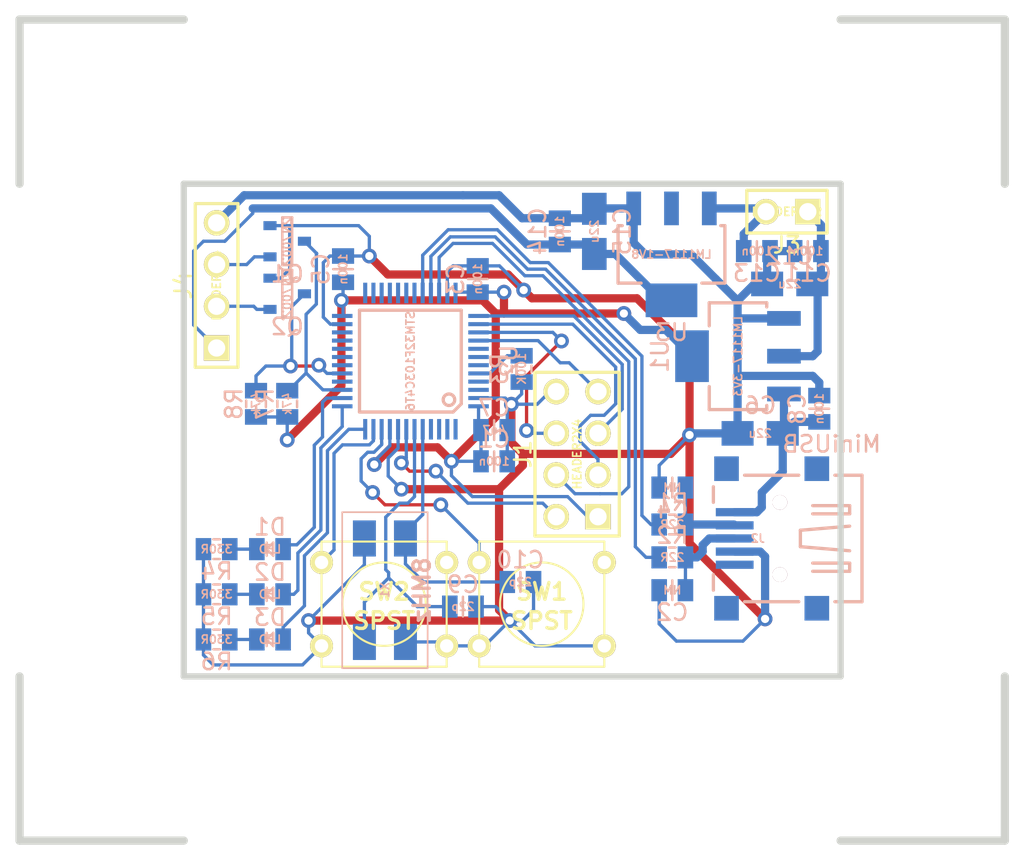
<source format=kicad_pcb>
(kicad_pcb (version 3) (host pcbnew "(2013-03-31 BZR 4008)-stable")

  (general
    (links 92)
    (no_connects 4)
    (area 249.19269 113.809499 293.616334 144.190501)
    (thickness 1.6)
    (drawings 28)
    (tracks 384)
    (zones 0)
    (modules 38)
    (nets 31)
  )

  (page A3)
  (layers
    (15 F.Cu signal)
    (0 B.Cu signal)
    (16 B.Adhes user)
    (17 F.Adhes user)
    (18 B.Paste user)
    (19 F.Paste user)
    (20 B.SilkS user)
    (21 F.SilkS user)
    (22 B.Mask user)
    (23 F.Mask user)
    (24 Dwgs.User user)
    (25 Cmts.User user)
    (26 Eco1.User user)
    (27 Eco2.User user)
    (28 Edge.Cuts user)
  )

  (setup
    (last_trace_width 0.2)
    (user_trace_width 0.5)
    (trace_clearance 0.2)
    (zone_clearance 0.508)
    (zone_45_only no)
    (trace_min 0.2)
    (segment_width 0.381)
    (edge_width 0.5)
    (via_size 0.9)
    (via_drill 0.5)
    (via_min_size 0.9)
    (via_min_drill 0.5)
    (uvia_size 0.508)
    (uvia_drill 0.127)
    (uvias_allowed no)
    (uvia_min_size 0.508)
    (uvia_min_drill 0.127)
    (pcb_text_width 0.3048)
    (pcb_text_size 1.524 2.032)
    (mod_edge_width 0.1)
    (mod_text_size 1.524 1.524)
    (mod_text_width 0.3048)
    (pad_size 2.2 1.4)
    (pad_drill 0.6)
    (pad_to_mask_clearance 0.254)
    (aux_axis_origin 0 0)
    (visible_elements 7FFE7FCF)
    (pcbplotparams
      (layerselection 3178497)
      (usegerberextensions true)
      (excludeedgelayer true)
      (linewidth 152400)
      (plotframeref false)
      (viasonmask false)
      (mode 1)
      (useauxorigin false)
      (hpglpennumber 1)
      (hpglpenspeed 20)
      (hpglpendiameter 15)
      (hpglpenoverlay 2)
      (psnegative false)
      (psa4output false)
      (plotreference true)
      (plotvalue true)
      (plotothertext true)
      (plotinvisibletext false)
      (padsonsilk false)
      (subtractmaskfromsilk false)
      (outputformat 1)
      (mirror false)
      (drillshape 1)
      (scaleselection 1)
      (outputdirectory ""))
  )

  (net 0 "")
  (net 1 +1V8)
  (net 2 +3V3)
  (net 3 +5V)
  (net 4 /CLK)
  (net 5 /DATA)
  (net 6 /LED1)
  (net 7 /LED2)
  (net 8 /LED3)
  (net 9 /NRST)
  (net 10 /SW1)
  (net 11 /SW2)
  (net 12 /TCK)
  (net 13 /TDI)
  (net 14 /TDO)
  (net 15 /TMS)
  (net 16 /TRST)
  (net 17 /USB_D+)
  (net 18 /USB_D-)
  (net 19 GND)
  (net 20 N-0000019)
  (net 21 N-0000020)
  (net 22 N-0000023)
  (net 23 N-0000027)
  (net 24 N-0000029)
  (net 25 N-0000030)
  (net 26 N-0000031)
  (net 27 N-0000032)
  (net 28 N-0000035)
  (net 29 N-0000052)
  (net 30 N-000007)

  (net_class Default "This is the default net class."
    (clearance 0.2)
    (trace_width 0.2)
    (via_dia 0.9)
    (via_drill 0.5)
    (uvia_dia 0.508)
    (uvia_drill 0.127)
    (add_net "")
    (add_net +1V8)
    (add_net +3V3)
    (add_net /CLK)
    (add_net /DATA)
    (add_net /LED1)
    (add_net /LED2)
    (add_net /LED3)
    (add_net /NRST)
    (add_net /SW1)
    (add_net /SW2)
    (add_net /TCK)
    (add_net /TDI)
    (add_net /TDO)
    (add_net /TMS)
    (add_net /TRST)
    (add_net /USB_D+)
    (add_net /USB_D-)
    (add_net GND)
    (add_net N-0000019)
    (add_net N-0000020)
    (add_net N-0000023)
    (add_net N-0000027)
    (add_net N-0000029)
    (add_net N-0000030)
    (add_net N-0000031)
    (add_net N-0000032)
    (add_net N-0000035)
    (add_net N-0000052)
    (add_net N-000007)
  )

  (net_class Pwr ""
    (clearance 0.2)
    (trace_width 0.5)
    (via_dia 0.9)
    (via_drill 0.5)
    (uvia_dia 0.508)
    (uvia_drill 0.127)
    (add_net +5V)
  )

  (module USB-A-MINI (layer B.Cu) (tedit 50E3226C) (tstamp 5186AA3B)
    (at 291.7 135.6 180)
    (path /517D68B9)
    (fp_text reference J2 (at 6.74878 0 180) (layer B.SilkS)
      (effects (font (size 0.50038 0.50038) (thickness 0.09906)) (justify mirror))
    )
    (fp_text value MiniUSB (at 2.25044 5.75056 180) (layer B.SilkS)
      (effects (font (size 1.00076 1.00076) (thickness 0.14986)) (justify mirror))
    )
    (fp_line (start 3.40106 -1.50114) (end 1.15062 -1.50114) (layer Cmts.User) (width 0.20066))
    (fp_line (start 1.15062 -1.50114) (end 1.15062 -1.99898) (layer Cmts.User) (width 0.20066))
    (fp_line (start 1.15062 -1.99898) (end 3.40106 -1.99898) (layer Cmts.User) (width 0.20066))
    (fp_line (start 1.15062 0.7493) (end 4.15036 0.50038) (layer Cmts.User) (width 0.20066))
    (fp_line (start 4.15036 0.50038) (end 4.15036 -0.50038) (layer Cmts.User) (width 0.20066))
    (fp_line (start 4.15036 -0.50038) (end 1.15062 -0.7493) (layer Cmts.User) (width 0.20066))
    (fp_line (start 3.40106 1.99898) (end 1.15062 1.99898) (layer Cmts.User) (width 0.20066))
    (fp_line (start 1.15062 1.99898) (end 1.15062 1.50114) (layer Cmts.User) (width 0.20066))
    (fp_line (start 1.15062 1.50114) (end 3.40106 1.50114) (layer Cmts.User) (width 0.20066))
    (fp_line (start 9.4488 3.85064) (end 0.39878 3.85064) (layer Cmts.User) (width 0.20066))
    (fp_line (start 0.39878 3.85064) (end 0.39878 -3.85064) (layer Cmts.User) (width 0.20066))
    (fp_line (start 0.39878 -3.85064) (end 9.4488 -3.85064) (layer Cmts.User) (width 0.20066))
    (fp_line (start 9.4488 -3.85064) (end 9.4488 3.85064) (layer Cmts.User) (width 0.20066))
    (fp_line (start 2.04978 -3.85064) (end 0.39878 -3.85064) (layer B.SilkS) (width 0.20066))
    (fp_line (start 0.39878 -3.85064) (end 0.39878 3.85064) (layer B.SilkS) (width 0.20066))
    (fp_line (start 0.39878 3.85064) (end 2.04978 3.85064) (layer B.SilkS) (width 0.20066))
    (fp_line (start 9.5504 5.15112) (end 0.24892 5.15112) (layer Eco1.User) (width 0.09906))
    (fp_line (start 0.24892 5.15112) (end 0.24892 -5.15112) (layer Eco1.User) (width 0.09906))
    (fp_line (start 0.24892 -5.15112) (end 9.5504 -5.15112) (layer Eco1.User) (width 0.09906))
    (fp_line (start 9.5504 -5.15112) (end 9.5504 5.15112) (layer Eco1.User) (width 0.09906))
    (fp_line (start 1.15062 -1.50114) (end 1.15062 -1.99898) (layer B.SilkS) (width 0.20066))
    (fp_line (start 1.15062 -1.99898) (end 3.40106 -1.99898) (layer B.SilkS) (width 0.20066))
    (fp_line (start 3.40106 -1.50114) (end 1.15062 -1.50114) (layer B.SilkS) (width 0.20066))
    (fp_line (start 3.40106 1.50114) (end 1.15062 1.50114) (layer B.SilkS) (width 0.20066))
    (fp_line (start 1.15062 1.50114) (end 1.15062 1.99898) (layer B.SilkS) (width 0.20066))
    (fp_line (start 1.15062 1.99898) (end 3.40106 1.99898) (layer B.SilkS) (width 0.20066))
    (fp_line (start 1.15062 0.7493) (end 4.15036 0.50038) (layer B.SilkS) (width 0.20066))
    (fp_line (start 4.15036 0.50038) (end 4.15036 -0.50038) (layer B.SilkS) (width 0.20066))
    (fp_line (start 4.15036 -0.50038) (end 1.15062 -0.7493) (layer B.SilkS) (width 0.20066))
    (fp_line (start 7.54888 3.85064) (end 4.24942 3.85064) (layer B.SilkS) (width 0.20066))
    (fp_line (start 7.54888 -3.85064) (end 4.24942 -3.85064) (layer B.SilkS) (width 0.20066))
    (fp_line (start 9.4488 -2.19964) (end 9.4488 -3.1496) (layer B.SilkS) (width 0.20066))
    (fp_line (start 9.4488 3.1496) (end 9.4488 2.19964) (layer B.SilkS) (width 0.20066))
    (pad 3 smd rect (at 8.15086 0 180) (size 2.30124 0.50038)
      (layers B.Cu B.Paste B.Mask)
      (net 17 /USB_D+)
    )
    (pad 2 smd rect (at 8.15086 0.8001 180) (size 2.30124 0.50038)
      (layers B.Cu B.Paste B.Mask)
      (net 18 /USB_D-)
    )
    (pad 1 smd rect (at 8.15086 1.6002 180) (size 2.30124 0.50038)
      (layers B.Cu B.Paste B.Mask)
      (net 3 +5V)
    )
    (pad 4 smd rect (at 8.15086 -0.8001 180) (size 2.30124 0.50038)
      (layers B.Cu B.Paste B.Mask)
      (net 19 GND)
    )
    (pad 5 smd rect (at 8.15086 -1.6002 180) (size 2.30124 0.50038)
      (layers B.Cu B.Paste B.Mask)
    )
    (pad 11 thru_hole circle (at 5.40004 2.19964 180) (size 0.89916 0.89916) (drill 0.89916)
      (layers *.Cu *.Mask B.SilkS)
    )
    (pad 12 thru_hole circle (at 5.40004 -2.19964 180) (size 0.89916 0.89916) (drill 0.89916)
      (layers *.Cu *.Mask B.SilkS)
    )
    (pad 6 smd rect (at 8.6487 -4.24942 180) (size 1.50114 1.50114)
      (layers B.Cu B.Paste B.Mask)
    )
    (pad 7 smd rect (at 3.1496 -4.24942 180) (size 1.50114 1.50114)
      (layers B.Cu B.Paste B.Mask)
    )
    (pad 8 smd rect (at 3.1496 4.24942 180) (size 1.50114 1.50114)
      (layers B.Cu B.Paste B.Mask)
    )
    (pad 9 smd rect (at 8.6487 4.24942 180) (size 1.50114 1.50114)
      (layers B.Cu B.Paste B.Mask)
    )
  )

  (module SW_PUSH_SMALL (layer F.Cu) (tedit 46544DB3) (tstamp 5186AA48)
    (at 271.8 139.6)
    (path /517CD61B)
    (fp_text reference SW1 (at 0 -0.762) (layer F.SilkS)
      (effects (font (size 1.016 1.016) (thickness 0.2032)))
    )
    (fp_text value SPST (at 0 1.016) (layer F.SilkS)
      (effects (font (size 1.016 1.016) (thickness 0.2032)))
    )
    (fp_circle (center 0 0) (end 0 -2.54) (layer F.SilkS) (width 0.127))
    (fp_line (start -3.81 -3.81) (end 3.81 -3.81) (layer F.SilkS) (width 0.127))
    (fp_line (start 3.81 -3.81) (end 3.81 3.81) (layer F.SilkS) (width 0.127))
    (fp_line (start 3.81 3.81) (end -3.81 3.81) (layer F.SilkS) (width 0.127))
    (fp_line (start -3.81 -3.81) (end -3.81 3.81) (layer F.SilkS) (width 0.127))
    (pad 1 thru_hole circle (at 3.81 -2.54) (size 1.397 1.397) (drill 0.8128)
      (layers *.Cu *.Mask F.SilkS)
      (net 10 /SW1)
    )
    (pad 2 thru_hole circle (at 3.81 2.54) (size 1.397 1.397) (drill 0.8128)
      (layers *.Cu *.Mask F.SilkS)
      (net 19 GND)
    )
    (pad 1 thru_hole circle (at -3.81 -2.54) (size 1.397 1.397) (drill 0.8128)
      (layers *.Cu *.Mask F.SilkS)
      (net 10 /SW1)
    )
    (pad 2 thru_hole circle (at -3.81 2.54) (size 1.397 1.397) (drill 0.8128)
      (layers *.Cu *.Mask F.SilkS)
      (net 19 GND)
    )
  )

  (module SW_PUSH_SMALL (layer F.Cu) (tedit 46544DB3) (tstamp 5186AA55)
    (at 262.2 139.6)
    (path /517CD615)
    (fp_text reference SW2 (at 0 -0.762) (layer F.SilkS)
      (effects (font (size 1.016 1.016) (thickness 0.2032)))
    )
    (fp_text value SPST (at 0 1.016) (layer F.SilkS)
      (effects (font (size 1.016 1.016) (thickness 0.2032)))
    )
    (fp_circle (center 0 0) (end 0 -2.54) (layer F.SilkS) (width 0.127))
    (fp_line (start -3.81 -3.81) (end 3.81 -3.81) (layer F.SilkS) (width 0.127))
    (fp_line (start 3.81 -3.81) (end 3.81 3.81) (layer F.SilkS) (width 0.127))
    (fp_line (start 3.81 3.81) (end -3.81 3.81) (layer F.SilkS) (width 0.127))
    (fp_line (start -3.81 -3.81) (end -3.81 3.81) (layer F.SilkS) (width 0.127))
    (pad 1 thru_hole circle (at 3.81 -2.54) (size 1.397 1.397) (drill 0.8128)
      (layers *.Cu *.Mask F.SilkS)
      (net 11 /SW2)
    )
    (pad 2 thru_hole circle (at 3.81 2.54) (size 1.397 1.397) (drill 0.8128)
      (layers *.Cu *.Mask F.SilkS)
      (net 19 GND)
    )
    (pad 1 thru_hole circle (at -3.81 -2.54) (size 1.397 1.397) (drill 0.8128)
      (layers *.Cu *.Mask F.SilkS)
      (net 11 /SW2)
    )
    (pad 2 thru_hole circle (at -3.81 2.54) (size 1.397 1.397) (drill 0.8128)
      (layers *.Cu *.Mask F.SilkS)
      (net 19 GND)
    )
  )

  (module SOT23 (layer B.Cu) (tedit 50957DCF) (tstamp 5186AA6D)
    (at 256.3 120.7)
    (path /517D68BA)
    (fp_text reference Q2 (at 0 1.99898) (layer B.SilkS)
      (effects (font (size 1.00076 1.00076) (thickness 0.14986)) (justify mirror))
    )
    (fp_text value 2N7002 (at 0 0 270) (layer B.SilkS)
      (effects (font (size 0.50038 0.50038) (thickness 0.09906)) (justify mirror))
    )
    (fp_line (start 1.35128 -0.19812) (end 0.65278 -0.19812) (layer Cmts.User) (width 0.14986))
    (fp_line (start 1.35128 0.2032) (end 1.35128 -0.19812) (layer Cmts.User) (width 0.14986))
    (fp_line (start 0.65278 0.2032) (end 1.35128 0.2032) (layer Cmts.User) (width 0.14986))
    (fp_line (start -1.34874 -1.15062) (end -0.65024 -1.15062) (layer Cmts.User) (width 0.14986))
    (fp_line (start -1.34874 -0.7493) (end -1.34874 -1.15062) (layer Cmts.User) (width 0.14986))
    (fp_line (start -0.65024 -0.7493) (end -1.34874 -0.7493) (layer Cmts.User) (width 0.14986))
    (fp_line (start -0.65278 1.15062) (end -1.35128 1.15062) (layer Cmts.User) (width 0.14986))
    (fp_line (start -1.35128 1.15062) (end -1.35128 0.7493) (layer Cmts.User) (width 0.14986))
    (fp_line (start -1.35128 0.7493) (end -0.65278 0.7493) (layer Cmts.User) (width 0.14986))
    (fp_line (start 0.29972 1.45034) (end 0.29972 -1.45034) (layer B.SilkS) (width 0.14986))
    (fp_line (start 0.29972 -1.45034) (end -0.29972 -1.45034) (layer B.SilkS) (width 0.14986))
    (fp_line (start -0.29972 -1.45034) (end -0.29972 1.45034) (layer B.SilkS) (width 0.14986))
    (fp_line (start -0.29972 1.45034) (end 0.29972 1.45034) (layer B.SilkS) (width 0.14986))
    (fp_line (start 0.65024 1.45034) (end -0.65024 1.45034) (layer Cmts.User) (width 0.14986))
    (fp_line (start -0.65024 1.45034) (end -0.65024 -1.45034) (layer Cmts.User) (width 0.14986))
    (fp_line (start -0.65024 -1.45034) (end 0.65024 -1.45034) (layer Cmts.User) (width 0.14986))
    (fp_line (start 0.65024 -1.45034) (end 0.65024 1.45034) (layer Cmts.User) (width 0.14986))
    (pad 1 smd rect (at -1.04902 0.94996) (size 0.8001 0.55118)
      (layers B.Cu B.Paste B.Mask)
      (net 28 N-0000035)
    )
    (pad 2 smd rect (at -1.04902 -0.94996) (size 0.8001 0.55118)
      (layers B.Cu B.Paste B.Mask)
      (net 19 GND)
    )
    (pad 3 smd rect (at 1.04902 0) (size 0.8001 0.55118)
      (layers B.Cu B.Paste B.Mask)
      (net 5 /DATA)
    )
  )

  (module SOT23 (layer B.Cu) (tedit 50957DCF) (tstamp 5186AA85)
    (at 256.3 117.5)
    (path /5173FC00)
    (fp_text reference Q1 (at 0 1.99898) (layer B.SilkS)
      (effects (font (size 1.00076 1.00076) (thickness 0.14986)) (justify mirror))
    )
    (fp_text value 2N7002 (at 0 0 270) (layer B.SilkS)
      (effects (font (size 0.50038 0.50038) (thickness 0.09906)) (justify mirror))
    )
    (fp_line (start 1.35128 -0.19812) (end 0.65278 -0.19812) (layer Cmts.User) (width 0.14986))
    (fp_line (start 1.35128 0.2032) (end 1.35128 -0.19812) (layer Cmts.User) (width 0.14986))
    (fp_line (start 0.65278 0.2032) (end 1.35128 0.2032) (layer Cmts.User) (width 0.14986))
    (fp_line (start -1.34874 -1.15062) (end -0.65024 -1.15062) (layer Cmts.User) (width 0.14986))
    (fp_line (start -1.34874 -0.7493) (end -1.34874 -1.15062) (layer Cmts.User) (width 0.14986))
    (fp_line (start -0.65024 -0.7493) (end -1.34874 -0.7493) (layer Cmts.User) (width 0.14986))
    (fp_line (start -0.65278 1.15062) (end -1.35128 1.15062) (layer Cmts.User) (width 0.14986))
    (fp_line (start -1.35128 1.15062) (end -1.35128 0.7493) (layer Cmts.User) (width 0.14986))
    (fp_line (start -1.35128 0.7493) (end -0.65278 0.7493) (layer Cmts.User) (width 0.14986))
    (fp_line (start 0.29972 1.45034) (end 0.29972 -1.45034) (layer B.SilkS) (width 0.14986))
    (fp_line (start 0.29972 -1.45034) (end -0.29972 -1.45034) (layer B.SilkS) (width 0.14986))
    (fp_line (start -0.29972 -1.45034) (end -0.29972 1.45034) (layer B.SilkS) (width 0.14986))
    (fp_line (start -0.29972 1.45034) (end 0.29972 1.45034) (layer B.SilkS) (width 0.14986))
    (fp_line (start 0.65024 1.45034) (end -0.65024 1.45034) (layer Cmts.User) (width 0.14986))
    (fp_line (start -0.65024 1.45034) (end -0.65024 -1.45034) (layer Cmts.User) (width 0.14986))
    (fp_line (start -0.65024 -1.45034) (end 0.65024 -1.45034) (layer Cmts.User) (width 0.14986))
    (fp_line (start 0.65024 -1.45034) (end 0.65024 1.45034) (layer Cmts.User) (width 0.14986))
    (pad 1 smd rect (at -1.04902 0.94996) (size 0.8001 0.55118)
      (layers B.Cu B.Paste B.Mask)
      (net 27 N-0000032)
    )
    (pad 2 smd rect (at -1.04902 -0.94996) (size 0.8001 0.55118)
      (layers B.Cu B.Paste B.Mask)
      (net 19 GND)
    )
    (pad 3 smd rect (at 1.04902 0) (size 0.8001 0.55118)
      (layers B.Cu B.Paste B.Mask)
      (net 4 /CLK)
    )
  )

  (module SOT223 (layer B.Cu) (tedit 50F47DD9) (tstamp 5186AAA7)
    (at 283.75 124.5 270)
    (descr "module CMS SOT223 4 pins")
    (tags "CMS SOT")
    (path /517D68BF)
    (attr smd)
    (fp_text reference U1 (at 0 4.7498 270) (layer B.SilkS)
      (effects (font (size 1.016 1.016) (thickness 0.14986)) (justify mirror))
    )
    (fp_text value LM1117-3V3 (at 0 0 270) (layer B.SilkS)
      (effects (font (size 0.50038 0.50038) (thickness 0.09906)) (justify mirror))
    )
    (fp_line (start 2.99974 -1.75006) (end 3.2512 -1.75006) (layer B.SilkS) (width 0.20066))
    (fp_line (start 3.2512 -1.75006) (end 3.2512 1.75006) (layer B.SilkS) (width 0.20066))
    (fp_line (start 3.2512 1.75006) (end 1.84912 1.75006) (layer B.SilkS) (width 0.20066))
    (fp_line (start -2.99974 -1.75006) (end -3.2512 -1.75006) (layer B.SilkS) (width 0.20066))
    (fp_line (start -3.2512 -1.75006) (end -3.2512 1.75006) (layer B.SilkS) (width 0.20066))
    (fp_line (start -3.2512 1.75006) (end -1.84912 1.75006) (layer B.SilkS) (width 0.20066))
    (fp_line (start -1.45034 1.75006) (end -1.45034 3.70078) (layer Cmts.User) (width 0.20066))
    (fp_line (start -1.45034 3.70078) (end 1.45034 3.70078) (layer Cmts.User) (width 0.20066))
    (fp_line (start 1.45034 3.70078) (end 1.45034 1.75006) (layer Cmts.User) (width 0.20066))
    (fp_line (start 1.95072 -1.75006) (end 1.95072 -3.70078) (layer Cmts.User) (width 0.20066))
    (fp_line (start 1.95072 -3.70078) (end 2.64922 -3.70078) (layer Cmts.User) (width 0.20066))
    (fp_line (start 2.64922 -3.70078) (end 2.64922 -1.75006) (layer Cmts.User) (width 0.20066))
    (fp_line (start -0.35052 -1.75006) (end -0.35052 -3.70078) (layer Cmts.User) (width 0.20066))
    (fp_line (start -0.35052 -3.70078) (end 0.35052 -3.70078) (layer Cmts.User) (width 0.20066))
    (fp_line (start 0.35052 -3.70078) (end 0.35052 -1.75006) (layer Cmts.User) (width 0.20066))
    (fp_line (start -2.64922 -1.75006) (end -2.64922 -3.70078) (layer Cmts.User) (width 0.20066))
    (fp_line (start -2.64922 -3.70078) (end -1.95072 -3.70078) (layer Cmts.User) (width 0.20066))
    (fp_line (start -1.95072 -3.70078) (end -1.95072 -1.75006) (layer Cmts.User) (width 0.20066))
    (fp_line (start -3.2512 -1.75006) (end 3.2512 -1.75006) (layer Cmts.User) (width 0.20066))
    (fp_line (start 3.2512 -1.75006) (end 3.2512 1.75006) (layer Cmts.User) (width 0.20066))
    (fp_line (start 3.2512 1.75006) (end -3.2512 1.75006) (layer Cmts.User) (width 0.20066))
    (fp_line (start -3.2512 1.75006) (end -3.2512 -1.75006) (layer Cmts.User) (width 0.20066))
    (fp_line (start 3.44932 -3.9497) (end 3.44932 3.9497) (layer Eco1.User) (width 0.09906))
    (fp_line (start 3.44932 3.9497) (end -3.44932 3.9497) (layer Eco1.User) (width 0.09906))
    (fp_line (start -3.44932 3.9497) (end -3.44932 -3.9497) (layer Eco1.User) (width 0.09906))
    (fp_line (start -3.44932 -3.9497) (end 3.44932 -3.9497) (layer Eco1.User) (width 0.09906))
    (pad 4 smd rect (at 0 2.79908 270) (size 3.1496 2.04978)
      (layers B.Cu B.Paste B.Mask)
      (net 2 +3V3)
    )
    (pad 2 smd rect (at 0 -2.79908 270) (size 0.89916 2.04978)
      (layers B.Cu B.Paste B.Mask)
      (net 2 +3V3)
    )
    (pad 3 smd rect (at 2.30124 -2.79908 270) (size 0.89916 2.04978)
      (layers B.Cu B.Paste B.Mask)
      (net 3 +5V)
    )
    (pad 1 smd rect (at -2.30124 -2.79908 270) (size 0.89916 2.04978)
      (layers B.Cu B.Paste B.Mask)
      (net 19 GND)
    )
    (model smd/SOT223.wrl
      (at (xyz 0 0 0))
      (scale (xyz 0.4 0.4 0.4))
      (rotate (xyz 0 0 0))
    )
  )

  (module SOT223 (layer B.Cu) (tedit 50F47DD9) (tstamp 5186AAC9)
    (at 279.7 118.3)
    (descr "module CMS SOT223 4 pins")
    (tags "CMS SOT")
    (path /5174044C)
    (attr smd)
    (fp_text reference U3 (at 0 4.7498) (layer B.SilkS)
      (effects (font (size 1.016 1.016) (thickness 0.14986)) (justify mirror))
    )
    (fp_text value LM1117-1V8 (at 0 0) (layer B.SilkS)
      (effects (font (size 0.50038 0.50038) (thickness 0.09906)) (justify mirror))
    )
    (fp_line (start 2.99974 -1.75006) (end 3.2512 -1.75006) (layer B.SilkS) (width 0.20066))
    (fp_line (start 3.2512 -1.75006) (end 3.2512 1.75006) (layer B.SilkS) (width 0.20066))
    (fp_line (start 3.2512 1.75006) (end 1.84912 1.75006) (layer B.SilkS) (width 0.20066))
    (fp_line (start -2.99974 -1.75006) (end -3.2512 -1.75006) (layer B.SilkS) (width 0.20066))
    (fp_line (start -3.2512 -1.75006) (end -3.2512 1.75006) (layer B.SilkS) (width 0.20066))
    (fp_line (start -3.2512 1.75006) (end -1.84912 1.75006) (layer B.SilkS) (width 0.20066))
    (fp_line (start -1.45034 1.75006) (end -1.45034 3.70078) (layer Cmts.User) (width 0.20066))
    (fp_line (start -1.45034 3.70078) (end 1.45034 3.70078) (layer Cmts.User) (width 0.20066))
    (fp_line (start 1.45034 3.70078) (end 1.45034 1.75006) (layer Cmts.User) (width 0.20066))
    (fp_line (start 1.95072 -1.75006) (end 1.95072 -3.70078) (layer Cmts.User) (width 0.20066))
    (fp_line (start 1.95072 -3.70078) (end 2.64922 -3.70078) (layer Cmts.User) (width 0.20066))
    (fp_line (start 2.64922 -3.70078) (end 2.64922 -1.75006) (layer Cmts.User) (width 0.20066))
    (fp_line (start -0.35052 -1.75006) (end -0.35052 -3.70078) (layer Cmts.User) (width 0.20066))
    (fp_line (start -0.35052 -3.70078) (end 0.35052 -3.70078) (layer Cmts.User) (width 0.20066))
    (fp_line (start 0.35052 -3.70078) (end 0.35052 -1.75006) (layer Cmts.User) (width 0.20066))
    (fp_line (start -2.64922 -1.75006) (end -2.64922 -3.70078) (layer Cmts.User) (width 0.20066))
    (fp_line (start -2.64922 -3.70078) (end -1.95072 -3.70078) (layer Cmts.User) (width 0.20066))
    (fp_line (start -1.95072 -3.70078) (end -1.95072 -1.75006) (layer Cmts.User) (width 0.20066))
    (fp_line (start -3.2512 -1.75006) (end 3.2512 -1.75006) (layer Cmts.User) (width 0.20066))
    (fp_line (start 3.2512 -1.75006) (end 3.2512 1.75006) (layer Cmts.User) (width 0.20066))
    (fp_line (start 3.2512 1.75006) (end -3.2512 1.75006) (layer Cmts.User) (width 0.20066))
    (fp_line (start -3.2512 1.75006) (end -3.2512 -1.75006) (layer Cmts.User) (width 0.20066))
    (fp_line (start 3.44932 -3.9497) (end 3.44932 3.9497) (layer Eco1.User) (width 0.09906))
    (fp_line (start 3.44932 3.9497) (end -3.44932 3.9497) (layer Eco1.User) (width 0.09906))
    (fp_line (start -3.44932 3.9497) (end -3.44932 -3.9497) (layer Eco1.User) (width 0.09906))
    (fp_line (start -3.44932 -3.9497) (end 3.44932 -3.9497) (layer Eco1.User) (width 0.09906))
    (pad 4 smd rect (at 0 2.79908) (size 3.1496 2.04978)
      (layers B.Cu B.Paste B.Mask)
      (net 1 +1V8)
    )
    (pad 2 smd rect (at 0 -2.79908) (size 0.89916 2.04978)
      (layers B.Cu B.Paste B.Mask)
      (net 1 +1V8)
    )
    (pad 3 smd rect (at 2.30124 -2.79908) (size 0.89916 2.04978)
      (layers B.Cu B.Paste B.Mask)
      (net 22 N-0000023)
    )
    (pad 1 smd rect (at -2.30124 -2.79908) (size 0.89916 2.04978)
      (layers B.Cu B.Paste B.Mask)
      (net 19 GND)
    )
    (model smd/SOT223.wrl
      (at (xyz 0 0 0))
      (scale (xyz 0.4 0.4 0.4))
      (rotate (xyz 0 0 0))
    )
  )

  (module R0805 (layer B.Cu) (tedit 50956B97) (tstamp 5186AAD5)
    (at 279.75 134.75 180)
    (path /517D59FC)
    (fp_text reference R1 (at 0 1.34874 180) (layer B.SilkS)
      (effects (font (size 1.00076 1.00076) (thickness 0.14986)) (justify mirror))
    )
    (fp_text value 22R (at 0 0 180) (layer B.SilkS)
      (effects (font (size 0.50038 0.50038) (thickness 0.09906)) (justify mirror))
    )
    (fp_line (start -0.20066 -0.59944) (end 0.20066 -0.59944) (layer B.SilkS) (width 0.14986))
    (fp_line (start -0.20066 0.59944) (end 0.20066 0.59944) (layer B.SilkS) (width 0.14986))
    (fp_line (start 1.30048 0.7493) (end 1.30048 -0.7493) (layer Cmts.User) (width 0.14986))
    (fp_line (start 1.30048 -0.7493) (end -1.30048 -0.7493) (layer Cmts.User) (width 0.14986))
    (fp_line (start -1.30048 -0.7493) (end -1.30048 0.7493) (layer Cmts.User) (width 0.14986))
    (fp_line (start -1.30048 0.7493) (end 1.30048 0.7493) (layer Cmts.User) (width 0.14986))
    (pad 1 smd rect (at -0.8001 0 180) (size 0.94996 1.34874)
      (layers B.Cu B.Paste B.Mask)
      (net 18 /USB_D-)
    )
    (pad 2 smd rect (at 0.8001 0 180) (size 0.94996 1.34874)
      (layers B.Cu B.Paste B.Mask)
      (net 20 N-0000019)
    )
  )

  (module R0805 (layer B.Cu) (tedit 50956B97) (tstamp 5186AAE1)
    (at 279.75 136.75 180)
    (path /517D59F6)
    (fp_text reference R2 (at 0 1.34874 180) (layer B.SilkS)
      (effects (font (size 1.00076 1.00076) (thickness 0.14986)) (justify mirror))
    )
    (fp_text value 22R (at 0 0 180) (layer B.SilkS)
      (effects (font (size 0.50038 0.50038) (thickness 0.09906)) (justify mirror))
    )
    (fp_line (start -0.20066 -0.59944) (end 0.20066 -0.59944) (layer B.SilkS) (width 0.14986))
    (fp_line (start -0.20066 0.59944) (end 0.20066 0.59944) (layer B.SilkS) (width 0.14986))
    (fp_line (start 1.30048 0.7493) (end 1.30048 -0.7493) (layer Cmts.User) (width 0.14986))
    (fp_line (start 1.30048 -0.7493) (end -1.30048 -0.7493) (layer Cmts.User) (width 0.14986))
    (fp_line (start -1.30048 -0.7493) (end -1.30048 0.7493) (layer Cmts.User) (width 0.14986))
    (fp_line (start -1.30048 0.7493) (end 1.30048 0.7493) (layer Cmts.User) (width 0.14986))
    (pad 1 smd rect (at -0.8001 0 180) (size 0.94996 1.34874)
      (layers B.Cu B.Paste B.Mask)
      (net 17 /USB_D+)
    )
    (pad 2 smd rect (at 0.8001 0 180) (size 0.94996 1.34874)
      (layers B.Cu B.Paste B.Mask)
      (net 21 N-0000020)
    )
  )

  (module R0805 (layer B.Cu) (tedit 50956B97) (tstamp 5186AAED)
    (at 252 141.75)
    (path /517CCAD9)
    (fp_text reference R6 (at 0 1.34874) (layer B.SilkS)
      (effects (font (size 1.00076 1.00076) (thickness 0.14986)) (justify mirror))
    )
    (fp_text value 330R (at 0 0) (layer B.SilkS)
      (effects (font (size 0.50038 0.50038) (thickness 0.09906)) (justify mirror))
    )
    (fp_line (start -0.20066 -0.59944) (end 0.20066 -0.59944) (layer B.SilkS) (width 0.14986))
    (fp_line (start -0.20066 0.59944) (end 0.20066 0.59944) (layer B.SilkS) (width 0.14986))
    (fp_line (start 1.30048 0.7493) (end 1.30048 -0.7493) (layer Cmts.User) (width 0.14986))
    (fp_line (start 1.30048 -0.7493) (end -1.30048 -0.7493) (layer Cmts.User) (width 0.14986))
    (fp_line (start -1.30048 -0.7493) (end -1.30048 0.7493) (layer Cmts.User) (width 0.14986))
    (fp_line (start -1.30048 0.7493) (end 1.30048 0.7493) (layer Cmts.User) (width 0.14986))
    (pad 1 smd rect (at -0.8001 0) (size 0.94996 1.34874)
      (layers B.Cu B.Paste B.Mask)
      (net 19 GND)
    )
    (pad 2 smd rect (at 0.8001 0) (size 0.94996 1.34874)
      (layers B.Cu B.Paste B.Mask)
      (net 24 N-0000029)
    )
  )

  (module R0805 (layer B.Cu) (tedit 50956B97) (tstamp 5186AAF9)
    (at 252 139)
    (path /517CCAD3)
    (fp_text reference R5 (at 0 1.34874) (layer B.SilkS)
      (effects (font (size 1.00076 1.00076) (thickness 0.14986)) (justify mirror))
    )
    (fp_text value 330R (at 0 0) (layer B.SilkS)
      (effects (font (size 0.50038 0.50038) (thickness 0.09906)) (justify mirror))
    )
    (fp_line (start -0.20066 -0.59944) (end 0.20066 -0.59944) (layer B.SilkS) (width 0.14986))
    (fp_line (start -0.20066 0.59944) (end 0.20066 0.59944) (layer B.SilkS) (width 0.14986))
    (fp_line (start 1.30048 0.7493) (end 1.30048 -0.7493) (layer Cmts.User) (width 0.14986))
    (fp_line (start 1.30048 -0.7493) (end -1.30048 -0.7493) (layer Cmts.User) (width 0.14986))
    (fp_line (start -1.30048 -0.7493) (end -1.30048 0.7493) (layer Cmts.User) (width 0.14986))
    (fp_line (start -1.30048 0.7493) (end 1.30048 0.7493) (layer Cmts.User) (width 0.14986))
    (pad 1 smd rect (at -0.8001 0) (size 0.94996 1.34874)
      (layers B.Cu B.Paste B.Mask)
      (net 19 GND)
    )
    (pad 2 smd rect (at 0.8001 0) (size 0.94996 1.34874)
      (layers B.Cu B.Paste B.Mask)
      (net 25 N-0000030)
    )
  )

  (module R0805 (layer B.Cu) (tedit 50956B97) (tstamp 5186AB05)
    (at 270.575 125.275 270)
    (path /517D68B2)
    (fp_text reference R3 (at 0 1.34874 270) (layer B.SilkS)
      (effects (font (size 1.00076 1.00076) (thickness 0.14986)) (justify mirror))
    )
    (fp_text value 100K (at 0 0 270) (layer B.SilkS)
      (effects (font (size 0.50038 0.50038) (thickness 0.09906)) (justify mirror))
    )
    (fp_line (start -0.20066 -0.59944) (end 0.20066 -0.59944) (layer B.SilkS) (width 0.14986))
    (fp_line (start -0.20066 0.59944) (end 0.20066 0.59944) (layer B.SilkS) (width 0.14986))
    (fp_line (start 1.30048 0.7493) (end 1.30048 -0.7493) (layer Cmts.User) (width 0.14986))
    (fp_line (start 1.30048 -0.7493) (end -1.30048 -0.7493) (layer Cmts.User) (width 0.14986))
    (fp_line (start -1.30048 -0.7493) (end -1.30048 0.7493) (layer Cmts.User) (width 0.14986))
    (fp_line (start -1.30048 0.7493) (end 1.30048 0.7493) (layer Cmts.User) (width 0.14986))
    (pad 1 smd rect (at -0.8001 0 270) (size 0.94996 1.34874)
      (layers B.Cu B.Paste B.Mask)
      (net 30 N-000007)
    )
    (pad 2 smd rect (at 0.8001 0 270) (size 0.94996 1.34874)
      (layers B.Cu B.Paste B.Mask)
      (net 19 GND)
    )
  )

  (module R0805 (layer B.Cu) (tedit 50956B97) (tstamp 5186AB11)
    (at 256.3 127.4 270)
    (path /5173FD33)
    (fp_text reference R7 (at 0 1.34874 270) (layer B.SilkS)
      (effects (font (size 1.00076 1.00076) (thickness 0.14986)) (justify mirror))
    )
    (fp_text value 47k (at 0 0 270) (layer B.SilkS)
      (effects (font (size 0.50038 0.50038) (thickness 0.09906)) (justify mirror))
    )
    (fp_line (start -0.20066 -0.59944) (end 0.20066 -0.59944) (layer B.SilkS) (width 0.14986))
    (fp_line (start -0.20066 0.59944) (end 0.20066 0.59944) (layer B.SilkS) (width 0.14986))
    (fp_line (start 1.30048 0.7493) (end 1.30048 -0.7493) (layer Cmts.User) (width 0.14986))
    (fp_line (start 1.30048 -0.7493) (end -1.30048 -0.7493) (layer Cmts.User) (width 0.14986))
    (fp_line (start -1.30048 -0.7493) (end -1.30048 0.7493) (layer Cmts.User) (width 0.14986))
    (fp_line (start -1.30048 0.7493) (end 1.30048 0.7493) (layer Cmts.User) (width 0.14986))
    (pad 1 smd rect (at -0.8001 0 270) (size 0.94996 1.34874)
      (layers B.Cu B.Paste B.Mask)
      (net 4 /CLK)
    )
    (pad 2 smd rect (at 0.8001 0 270) (size 0.94996 1.34874)
      (layers B.Cu B.Paste B.Mask)
      (net 2 +3V3)
    )
  )

  (module R0805 (layer B.Cu) (tedit 50956B97) (tstamp 5186AB1D)
    (at 252 136.25)
    (path /517CCACD)
    (fp_text reference R4 (at 0 1.34874) (layer B.SilkS)
      (effects (font (size 1.00076 1.00076) (thickness 0.14986)) (justify mirror))
    )
    (fp_text value 330R (at 0 0) (layer B.SilkS)
      (effects (font (size 0.50038 0.50038) (thickness 0.09906)) (justify mirror))
    )
    (fp_line (start -0.20066 -0.59944) (end 0.20066 -0.59944) (layer B.SilkS) (width 0.14986))
    (fp_line (start -0.20066 0.59944) (end 0.20066 0.59944) (layer B.SilkS) (width 0.14986))
    (fp_line (start 1.30048 0.7493) (end 1.30048 -0.7493) (layer Cmts.User) (width 0.14986))
    (fp_line (start 1.30048 -0.7493) (end -1.30048 -0.7493) (layer Cmts.User) (width 0.14986))
    (fp_line (start -1.30048 -0.7493) (end -1.30048 0.7493) (layer Cmts.User) (width 0.14986))
    (fp_line (start -1.30048 0.7493) (end 1.30048 0.7493) (layer Cmts.User) (width 0.14986))
    (pad 1 smd rect (at -0.8001 0) (size 0.94996 1.34874)
      (layers B.Cu B.Paste B.Mask)
      (net 19 GND)
    )
    (pad 2 smd rect (at 0.8001 0) (size 0.94996 1.34874)
      (layers B.Cu B.Paste B.Mask)
      (net 26 N-0000031)
    )
  )

  (module R0805 (layer B.Cu) (tedit 50956B97) (tstamp 5186AB29)
    (at 254.4 127.4 270)
    (path /517D68BC)
    (fp_text reference R8 (at 0 1.34874 270) (layer B.SilkS)
      (effects (font (size 1.00076 1.00076) (thickness 0.14986)) (justify mirror))
    )
    (fp_text value 47k (at 0 0 270) (layer B.SilkS)
      (effects (font (size 0.50038 0.50038) (thickness 0.09906)) (justify mirror))
    )
    (fp_line (start -0.20066 -0.59944) (end 0.20066 -0.59944) (layer B.SilkS) (width 0.14986))
    (fp_line (start -0.20066 0.59944) (end 0.20066 0.59944) (layer B.SilkS) (width 0.14986))
    (fp_line (start 1.30048 0.7493) (end 1.30048 -0.7493) (layer Cmts.User) (width 0.14986))
    (fp_line (start 1.30048 -0.7493) (end -1.30048 -0.7493) (layer Cmts.User) (width 0.14986))
    (fp_line (start -1.30048 -0.7493) (end -1.30048 0.7493) (layer Cmts.User) (width 0.14986))
    (fp_line (start -1.30048 0.7493) (end 1.30048 0.7493) (layer Cmts.User) (width 0.14986))
    (pad 1 smd rect (at -0.8001 0 270) (size 0.94996 1.34874)
      (layers B.Cu B.Paste B.Mask)
      (net 5 /DATA)
    )
    (pad 2 smd rect (at 0.8001 0 270) (size 0.94996 1.34874)
      (layers B.Cu B.Paste B.Mask)
      (net 2 +3V3)
    )
  )

  (module LQFP48_L (layer B.Cu) (tedit 50A28D66) (tstamp 5186AB9D)
    (at 263.8 124.8 90)
    (path /517D68B0)
    (fp_text reference U2 (at 0 5.99948 90) (layer B.SilkS)
      (effects (font (size 1.00076 1.00076) (thickness 0.14986)) (justify mirror))
    )
    (fp_text value STM32F103C4T6 (at 0 0 90) (layer B.SilkS)
      (effects (font (size 0.50038 0.50038) (thickness 0.09906)) (justify mirror))
    )
    (fp_line (start 4.89966 4.89966) (end -4.89966 4.89966) (layer Eco1.User) (width 0.09906))
    (fp_line (start -4.89966 4.89966) (end -4.89966 -4.89966) (layer Eco1.User) (width 0.09906))
    (fp_line (start -4.89966 -4.89966) (end 4.89966 -4.89966) (layer Eco1.User) (width 0.09906))
    (fp_line (start 4.89966 -4.89966) (end 4.89966 4.89966) (layer Eco1.User) (width 0.09906))
    (fp_line (start 2.75082 -4.6482) (end 2.75082 -3.54838) (layer Cmts.User) (width 0.24892))
    (fp_line (start 2.25044 -4.6482) (end 2.25044 -3.54838) (layer Cmts.User) (width 0.24892))
    (fp_line (start 1.24968 -4.6482) (end 1.24968 -3.54838) (layer Cmts.User) (width 0.24892))
    (fp_line (start 1.75006 -4.6482) (end 1.75006 -3.54838) (layer Cmts.User) (width 0.24892))
    (fp_line (start 0.24892 -4.6482) (end 0.24892 -3.54838) (layer Cmts.User) (width 0.24892))
    (fp_line (start 0.7493 -4.6482) (end 0.7493 -3.54838) (layer Cmts.User) (width 0.24892))
    (fp_line (start -2.25044 -4.6482) (end -2.25044 -3.54838) (layer Cmts.User) (width 0.24892))
    (fp_line (start -2.75082 -4.6482) (end -2.75082 -3.54838) (layer Cmts.User) (width 0.24892))
    (fp_line (start -1.24968 -4.6482) (end -1.24968 -3.54838) (layer Cmts.User) (width 0.24892))
    (fp_line (start -1.75006 -4.6482) (end -1.75006 -3.54838) (layer Cmts.User) (width 0.24892))
    (fp_line (start -0.7493 -4.6482) (end -0.7493 -3.54838) (layer Cmts.User) (width 0.24892))
    (fp_line (start -0.24892 -4.6482) (end -0.24892 -3.54838) (layer Cmts.User) (width 0.24892))
    (fp_line (start -0.24892 3.55092) (end -0.24892 4.65074) (layer Cmts.User) (width 0.24892))
    (fp_line (start -0.7493 3.55092) (end -0.7493 4.65074) (layer Cmts.User) (width 0.24892))
    (fp_line (start -1.75006 3.55092) (end -1.75006 4.65074) (layer Cmts.User) (width 0.24892))
    (fp_line (start -1.24968 3.55092) (end -1.24968 4.65074) (layer Cmts.User) (width 0.24892))
    (fp_line (start -2.75082 3.55092) (end -2.75082 4.65074) (layer Cmts.User) (width 0.24892))
    (fp_line (start -2.25044 3.55092) (end -2.25044 4.65074) (layer Cmts.User) (width 0.24892))
    (fp_line (start 0.7493 3.55092) (end 0.7493 4.65074) (layer Cmts.User) (width 0.24892))
    (fp_line (start 0.24892 3.55092) (end 0.24892 4.65074) (layer Cmts.User) (width 0.24892))
    (fp_line (start 1.75006 3.55092) (end 1.75006 4.65074) (layer Cmts.User) (width 0.24892))
    (fp_line (start 1.24968 3.55092) (end 1.24968 4.65074) (layer Cmts.User) (width 0.24892))
    (fp_line (start 2.25044 3.55092) (end 2.25044 4.65074) (layer Cmts.User) (width 0.24892))
    (fp_line (start 2.75082 3.55092) (end 2.75082 4.65074) (layer Cmts.User) (width 0.24892))
    (fp_line (start 4.6482 2.75082) (end 3.54838 2.75082) (layer Cmts.User) (width 0.24892))
    (fp_line (start 4.6482 2.25044) (end 3.54838 2.25044) (layer Cmts.User) (width 0.24892))
    (fp_line (start 4.6482 1.24968) (end 3.54838 1.24968) (layer Cmts.User) (width 0.24892))
    (fp_line (start 4.6482 1.75006) (end 3.54838 1.75006) (layer Cmts.User) (width 0.24892))
    (fp_line (start 4.6482 0.7493) (end 3.54838 0.7493) (layer Cmts.User) (width 0.24892))
    (fp_line (start 4.6482 0.24892) (end 3.54838 0.24892) (layer Cmts.User) (width 0.24892))
    (fp_line (start 4.6482 -2.75082) (end 3.54838 -2.75082) (layer Cmts.User) (width 0.24892))
    (fp_line (start 4.6482 -2.25044) (end 3.54838 -2.25044) (layer Cmts.User) (width 0.24892))
    (fp_line (start 4.6482 -1.24968) (end 3.54838 -1.24968) (layer Cmts.User) (width 0.24892))
    (fp_line (start 4.6482 -1.75006) (end 3.54838 -1.75006) (layer Cmts.User) (width 0.24892))
    (fp_line (start 4.6482 -0.7493) (end 3.54838 -0.7493) (layer Cmts.User) (width 0.24892))
    (fp_line (start 4.6482 -0.24892) (end 3.54838 -0.24892) (layer Cmts.User) (width 0.24892))
    (fp_line (start -3.55092 -0.24892) (end -4.65074 -0.24892) (layer Cmts.User) (width 0.24892))
    (fp_line (start -3.55092 -0.7493) (end -4.65074 -0.7493) (layer Cmts.User) (width 0.24892))
    (fp_line (start -3.55092 -1.75006) (end -4.65074 -1.75006) (layer Cmts.User) (width 0.24892))
    (fp_line (start -3.55092 -1.24968) (end -4.65074 -1.24968) (layer Cmts.User) (width 0.24892))
    (fp_line (start -3.55092 -2.25044) (end -4.65074 -2.25044) (layer Cmts.User) (width 0.24892))
    (fp_line (start -3.55092 -2.75082) (end -4.65074 -2.75082) (layer Cmts.User) (width 0.24892))
    (fp_line (start -3.55092 0.24892) (end -4.65074 0.24892) (layer Cmts.User) (width 0.24892))
    (fp_line (start -3.55092 0.7493) (end -4.65074 0.7493) (layer Cmts.User) (width 0.24892))
    (fp_line (start -3.55092 1.75006) (end -4.65074 1.75006) (layer Cmts.User) (width 0.24892))
    (fp_line (start -3.55092 1.24968) (end -4.65074 1.24968) (layer Cmts.User) (width 0.24892))
    (fp_line (start -3.55092 2.25044) (end -4.65074 2.25044) (layer Cmts.User) (width 0.24892))
    (fp_line (start -3.55092 2.75082) (end -4.65074 2.75082) (layer Cmts.User) (width 0.24892))
    (fp_circle (center -2.35204 2.3495) (end -2.70256 2.3495) (layer B.SilkS) (width 0.20066))
    (fp_line (start 3.0988 3.0988) (end -2.60096 3.0988) (layer B.SilkS) (width 0.20066))
    (fp_line (start -2.60096 3.0988) (end -3.0988 2.60096) (layer B.SilkS) (width 0.20066))
    (fp_line (start -3.0988 2.60096) (end -3.0988 -3.0988) (layer B.SilkS) (width 0.20066))
    (fp_line (start -3.0988 -3.0988) (end 3.0988 -3.0988) (layer B.SilkS) (width 0.20066))
    (fp_line (start 3.0988 -3.0988) (end 3.0988 3.0988) (layer B.SilkS) (width 0.20066))
    (fp_circle (center -2.75082 2.74828) (end -3.10134 2.74828) (layer Cmts.User) (width 0.20066))
    (fp_line (start 3.50012 3.50012) (end -2.99974 3.50012) (layer Cmts.User) (width 0.20066))
    (fp_line (start -2.99974 3.50012) (end -3.50012 2.99974) (layer Cmts.User) (width 0.20066))
    (fp_line (start -3.50012 2.99974) (end -3.50012 -3.50012) (layer Cmts.User) (width 0.20066))
    (fp_line (start -3.50012 -3.50012) (end 3.50012 -3.50012) (layer Cmts.User) (width 0.20066))
    (fp_line (start 3.50012 -3.50012) (end 3.50012 3.50012) (layer Cmts.User) (width 0.20066))
    (pad 1 smd rect (at -4.15036 2.75082 90) (size 1.24968 0.24892)
      (layers B.Cu B.Paste B.Mask)
    )
    (pad 2 smd rect (at -4.15036 2.25044 90) (size 1.24968 0.24892)
      (layers B.Cu B.Paste B.Mask)
    )
    (pad 3 smd rect (at -4.15036 1.75006 90) (size 1.24968 0.24892)
      (layers B.Cu B.Paste B.Mask)
    )
    (pad 4 smd rect (at -4.15036 1.25222 90) (size 1.24968 0.24892)
      (layers B.Cu B.Paste B.Mask)
    )
    (pad 5 smd rect (at -4.15036 0.75184 90) (size 1.24968 0.24892)
      (layers B.Cu B.Paste B.Mask)
      (net 29 N-0000052)
    )
    (pad 6 smd rect (at -4.15036 0.25146 90) (size 1.24968 0.24892)
      (layers B.Cu B.Paste B.Mask)
      (net 23 N-0000027)
    )
    (pad 7 smd rect (at -4.15036 -0.24892 90) (size 1.24968 0.24892)
      (layers B.Cu B.Paste B.Mask)
      (net 9 /NRST)
    )
    (pad 8 smd rect (at -4.15036 -0.7493 90) (size 1.24968 0.24892)
      (layers B.Cu B.Paste B.Mask)
      (net 19 GND)
    )
    (pad 9 smd rect (at -4.15036 -1.24968 90) (size 1.24968 0.24892)
      (layers B.Cu B.Paste B.Mask)
      (net 2 +3V3)
    )
    (pad 10 smd rect (at -4.15036 -1.75006 90) (size 1.24968 0.24892)
      (layers B.Cu B.Paste B.Mask)
      (net 10 /SW1)
    )
    (pad 11 smd rect (at -4.15036 -2.25044 90) (size 1.24968 0.24892)
      (layers B.Cu B.Paste B.Mask)
      (net 11 /SW2)
    )
    (pad 12 smd rect (at -4.15036 -2.75082 90) (size 1.24968 0.24892)
      (layers B.Cu B.Paste B.Mask)
      (net 6 /LED1)
    )
    (pad 13 smd rect (at -2.75082 -4.15036) (size 1.24968 0.24892)
      (layers B.Cu B.Paste B.Mask)
      (net 7 /LED2)
    )
    (pad 14 smd rect (at -2.25044 -4.15036) (size 1.24968 0.24892)
      (layers B.Cu B.Paste B.Mask)
      (net 8 /LED3)
    )
    (pad 15 smd rect (at -1.75006 -4.15036) (size 1.24968 0.24892)
      (layers B.Cu B.Paste B.Mask)
      (net 4 /CLK)
    )
    (pad 16 smd rect (at -1.24968 -4.15036) (size 1.24968 0.24892)
      (layers B.Cu B.Paste B.Mask)
    )
    (pad 17 smd rect (at -0.7493 -4.15036) (size 1.24968 0.24892)
      (layers B.Cu B.Paste B.Mask)
      (net 5 /DATA)
    )
    (pad 18 smd rect (at -0.24892 -4.15036) (size 1.24968 0.24892)
      (layers B.Cu B.Paste B.Mask)
    )
    (pad 19 smd rect (at 0.24892 -4.15036) (size 1.24968 0.24892)
      (layers B.Cu B.Paste B.Mask)
    )
    (pad 20 smd rect (at 0.7493 -4.15036) (size 1.24968 0.24892)
      (layers B.Cu B.Paste B.Mask)
    )
    (pad 21 smd rect (at 1.24968 -4.15036) (size 1.24968 0.24892)
      (layers B.Cu B.Paste B.Mask)
    )
    (pad 22 smd rect (at 1.75006 -4.15036) (size 1.24968 0.24892)
      (layers B.Cu B.Paste B.Mask)
    )
    (pad 23 smd rect (at 2.25044 -4.15036) (size 1.24968 0.24892)
      (layers B.Cu B.Paste B.Mask)
      (net 19 GND)
    )
    (pad 24 smd rect (at 2.75082 -4.15036) (size 1.24968 0.24892)
      (layers B.Cu B.Paste B.Mask)
      (net 2 +3V3)
    )
    (pad 25 smd rect (at 4.15036 -2.75082 270) (size 1.24968 0.24892)
      (layers B.Cu B.Paste B.Mask)
    )
    (pad 26 smd rect (at 4.15036 -2.25044 270) (size 1.24968 0.24892)
      (layers B.Cu B.Paste B.Mask)
    )
    (pad 27 smd rect (at 4.15036 -1.75006 270) (size 1.24968 0.24892)
      (layers B.Cu B.Paste B.Mask)
    )
    (pad 28 smd rect (at 4.15036 -1.24968 270) (size 1.24968 0.24892)
      (layers B.Cu B.Paste B.Mask)
    )
    (pad 29 smd rect (at 4.15036 -0.7493 270) (size 1.24968 0.24892)
      (layers B.Cu B.Paste B.Mask)
    )
    (pad 30 smd rect (at 4.15036 -0.24892 270) (size 1.24968 0.24892)
      (layers B.Cu B.Paste B.Mask)
    )
    (pad 31 smd rect (at 4.15036 0.24892 270) (size 1.24968 0.24892)
      (layers B.Cu B.Paste B.Mask)
    )
    (pad 32 smd rect (at 4.15036 0.7493 270) (size 1.24968 0.24892)
      (layers B.Cu B.Paste B.Mask)
      (net 20 N-0000019)
    )
    (pad 33 smd rect (at 4.15036 1.24968 270) (size 1.24968 0.24892)
      (layers B.Cu B.Paste B.Mask)
      (net 21 N-0000020)
    )
    (pad 34 smd rect (at 4.15036 1.75006 270) (size 1.24968 0.24892)
      (layers B.Cu B.Paste B.Mask)
      (net 15 /TMS)
    )
    (pad 35 smd rect (at 4.15036 2.25044 270) (size 1.24968 0.24892)
      (layers B.Cu B.Paste B.Mask)
      (net 19 GND)
    )
    (pad 36 smd rect (at 4.15036 2.75082 270) (size 1.24968 0.24892)
      (layers B.Cu B.Paste B.Mask)
      (net 2 +3V3)
    )
    (pad 37 smd rect (at 2.75082 4.15036 180) (size 1.24968 0.24892)
      (layers B.Cu B.Paste B.Mask)
      (net 12 /TCK)
    )
    (pad 38 smd rect (at 2.25044 4.15036 180) (size 1.24968 0.24892)
      (layers B.Cu B.Paste B.Mask)
      (net 13 /TDI)
    )
    (pad 39 smd rect (at 1.75006 4.15036 180) (size 1.24968 0.24892)
      (layers B.Cu B.Paste B.Mask)
      (net 14 /TDO)
    )
    (pad 40 smd rect (at 1.24968 4.15036 180) (size 1.24968 0.24892)
      (layers B.Cu B.Paste B.Mask)
      (net 16 /TRST)
    )
    (pad 41 smd rect (at 0.7493 4.15036 180) (size 1.24968 0.24892)
      (layers B.Cu B.Paste B.Mask)
    )
    (pad 42 smd rect (at 0.24892 4.15036 180) (size 1.24968 0.24892)
      (layers B.Cu B.Paste B.Mask)
    )
    (pad 43 smd rect (at -0.24892 4.15036 180) (size 1.24968 0.24892)
      (layers B.Cu B.Paste B.Mask)
    )
    (pad 44 smd rect (at -0.7493 4.15036 180) (size 1.24968 0.24892)
      (layers B.Cu B.Paste B.Mask)
      (net 30 N-000007)
    )
    (pad 45 smd rect (at -1.24968 4.15036 180) (size 1.24968 0.24892)
      (layers B.Cu B.Paste B.Mask)
    )
    (pad 46 smd rect (at -1.75006 4.15036 180) (size 1.24968 0.24892)
      (layers B.Cu B.Paste B.Mask)
    )
    (pad 47 smd rect (at -2.25044 4.15036 180) (size 1.24968 0.24892)
      (layers B.Cu B.Paste B.Mask)
      (net 19 GND)
    )
    (pad 48 smd rect (at -2.75082 4.15036 180) (size 1.24968 0.24892)
      (layers B.Cu B.Paste B.Mask)
      (net 2 +3V3)
    )
  )

  (module HEADER2x4V (layer F.Cu) (tedit 50B9F786) (tstamp 5186ABB5)
    (at 275.225 134.275 90)
    (path /517D68B1)
    (fp_text reference J1 (at 3.81 -4.572 90) (layer F.SilkS)
      (effects (font (size 1.00076 1.00076) (thickness 0.14986)))
    )
    (fp_text value HEADER2X4 (at 3.81 -1.27 90) (layer F.SilkS)
      (effects (font (size 0.50038 0.50038) (thickness 0.09906)))
    )
    (fp_line (start -1.37922 1.39954) (end 8.99922 1.39954) (layer Eco1.User) (width 0.09906))
    (fp_line (start 8.99922 1.39954) (end 8.99922 -3.93954) (layer Eco1.User) (width 0.09906))
    (fp_line (start 8.99922 -3.93954) (end -1.37922 -3.93954) (layer Eco1.User) (width 0.09906))
    (fp_line (start -1.37922 -3.93954) (end -1.37922 1.39954) (layer Eco1.User) (width 0.09906))
    (fp_line (start -1.17348 1.29794) (end 8.79348 1.29794) (layer F.SilkS) (width 0.19812))
    (fp_line (start 8.79348 1.29794) (end 8.79348 -3.83794) (layer F.SilkS) (width 0.19812))
    (fp_line (start 8.79348 -3.83794) (end -1.17348 -3.83794) (layer F.SilkS) (width 0.19812))
    (fp_line (start -1.17348 -3.83794) (end -1.17348 1.29794) (layer F.SilkS) (width 0.19812))
    (fp_line (start -1.17348 1.29794) (end 8.79348 1.29794) (layer Cmts.User) (width 0.19812))
    (fp_line (start 8.79348 1.29794) (end 8.79348 -3.83794) (layer Cmts.User) (width 0.19812))
    (fp_line (start 8.79348 -3.83794) (end -1.17348 -3.83794) (layer Cmts.User) (width 0.19812))
    (fp_line (start -1.17348 -3.83794) (end -1.17348 1.29794) (layer Cmts.User) (width 0.19812))
    (pad 1 thru_hole rect (at 0 0 90) (size 1.5494 1.5494) (drill 1.04902)
      (layers *.Cu *.Mask F.SilkS)
      (net 2 +3V3)
    )
    (pad 2 thru_hole circle (at 0 -2.54 90) (size 1.5494 1.5494) (drill 1.04902)
      (layers *.Cu *.Mask F.SilkS)
      (net 9 /NRST)
    )
    (pad 3 thru_hole circle (at 2.54 0 90) (size 1.5494 1.5494) (drill 1.04902)
      (layers *.Cu *.Mask F.SilkS)
      (net 13 /TDI)
    )
    (pad 4 thru_hole circle (at 2.54 -2.54 90) (size 1.5494 1.5494) (drill 1.04902)
      (layers *.Cu *.Mask F.SilkS)
      (net 15 /TMS)
    )
    (pad 5 thru_hole circle (at 5.08 0 90) (size 1.5494 1.5494) (drill 1.04902)
      (layers *.Cu *.Mask F.SilkS)
      (net 12 /TCK)
    )
    (pad 6 thru_hole circle (at 5.08 -2.54 90) (size 1.5494 1.5494) (drill 1.04902)
      (layers *.Cu *.Mask F.SilkS)
      (net 14 /TDO)
    )
    (pad 7 thru_hole circle (at 7.62 0 90) (size 1.5494 1.5494) (drill 1.04902)
      (layers *.Cu *.Mask F.SilkS)
      (net 16 /TRST)
    )
    (pad 8 thru_hole circle (at 7.62 -2.54 90) (size 1.5494 1.5494) (drill 1.04902)
      (layers *.Cu *.Mask F.SilkS)
      (net 19 GND)
    )
  )

  (module HEADER1x4V (layer F.Cu) (tedit 50B9F786) (tstamp 5186ABC9)
    (at 252 124 90)
    (path /517D68B8)
    (fp_text reference J4 (at 3.81 -2.032 90) (layer F.SilkS)
      (effects (font (size 1.00076 1.00076) (thickness 0.14986)))
    )
    (fp_text value HEADER1X4 (at 3.81 0 90) (layer F.SilkS)
      (effects (font (size 0.50038 0.50038) (thickness 0.09906)))
    )
    (fp_line (start -1.37922 1.39954) (end 8.99922 1.39954) (layer Eco1.User) (width 0.09906))
    (fp_line (start 8.99922 1.39954) (end 8.99922 -1.39954) (layer Eco1.User) (width 0.09906))
    (fp_line (start 8.99922 -1.39954) (end -1.37922 -1.39954) (layer Eco1.User) (width 0.09906))
    (fp_line (start -1.37922 -1.39954) (end -1.37922 1.39954) (layer Eco1.User) (width 0.09906))
    (fp_line (start -1.17348 1.29794) (end 8.79348 1.29794) (layer F.SilkS) (width 0.19812))
    (fp_line (start 8.79348 1.29794) (end 8.79348 -1.29794) (layer F.SilkS) (width 0.19812))
    (fp_line (start 8.79348 -1.29794) (end -1.17348 -1.29794) (layer F.SilkS) (width 0.19812))
    (fp_line (start -1.17348 -1.29794) (end -1.17348 1.29794) (layer F.SilkS) (width 0.19812))
    (fp_line (start -1.17348 1.29794) (end 8.79348 1.29794) (layer Cmts.User) (width 0.19812))
    (fp_line (start 8.79348 1.29794) (end 8.79348 -1.29794) (layer Cmts.User) (width 0.19812))
    (fp_line (start 8.79348 -1.29794) (end -1.17348 -1.29794) (layer Cmts.User) (width 0.19812))
    (fp_line (start -1.17348 -1.29794) (end -1.17348 1.29794) (layer Cmts.User) (width 0.19812))
    (pad 1 thru_hole rect (at 0 0 90) (size 1.5494 1.5494) (drill 1.04902)
      (layers *.Cu *.Mask F.SilkS)
      (net 1 +1V8)
    )
    (pad 2 thru_hole circle (at 2.54 0 90) (size 1.5494 1.5494) (drill 1.04902)
      (layers *.Cu *.Mask F.SilkS)
      (net 28 N-0000035)
    )
    (pad 3 thru_hole circle (at 5.08 0 90) (size 1.5494 1.5494) (drill 1.04902)
      (layers *.Cu *.Mask F.SilkS)
      (net 27 N-0000032)
    )
    (pad 4 thru_hole circle (at 7.62 0 90) (size 1.5494 1.5494) (drill 1.04902)
      (layers *.Cu *.Mask F.SilkS)
      (net 19 GND)
    )
  )

  (module HEADER1x2V (layer F.Cu) (tedit 50B9F786) (tstamp 5186ABDB)
    (at 288 115.7 180)
    (path /517D68BD)
    (fp_text reference J3 (at 1.27 -2.032 180) (layer F.SilkS)
      (effects (font (size 1.00076 1.00076) (thickness 0.14986)))
    )
    (fp_text value HEADER1X2 (at 1.27 0 180) (layer F.SilkS)
      (effects (font (size 0.50038 0.50038) (thickness 0.09906)))
    )
    (fp_line (start -1.37922 1.39954) (end 3.91922 1.39954) (layer Eco1.User) (width 0.09906))
    (fp_line (start 3.91922 1.39954) (end 3.91922 -1.39954) (layer Eco1.User) (width 0.09906))
    (fp_line (start 3.91922 -1.39954) (end -1.37922 -1.39954) (layer Eco1.User) (width 0.09906))
    (fp_line (start -1.37922 -1.39954) (end -1.37922 1.39954) (layer Eco1.User) (width 0.09906))
    (fp_line (start -1.17348 1.29794) (end 3.71348 1.29794) (layer F.SilkS) (width 0.19812))
    (fp_line (start 3.71348 1.29794) (end 3.71348 -1.29794) (layer F.SilkS) (width 0.19812))
    (fp_line (start 3.71348 -1.29794) (end -1.17348 -1.29794) (layer F.SilkS) (width 0.19812))
    (fp_line (start -1.17348 -1.29794) (end -1.17348 1.29794) (layer F.SilkS) (width 0.19812))
    (fp_line (start -1.17348 1.29794) (end 3.71348 1.29794) (layer Cmts.User) (width 0.19812))
    (fp_line (start 3.71348 1.29794) (end 3.71348 -1.29794) (layer Cmts.User) (width 0.19812))
    (fp_line (start 3.71348 -1.29794) (end -1.17348 -1.29794) (layer Cmts.User) (width 0.19812))
    (fp_line (start -1.17348 -1.29794) (end -1.17348 1.29794) (layer Cmts.User) (width 0.19812))
    (pad 1 thru_hole rect (at 0 0 180) (size 1.5494 1.5494) (drill 1.04902)
      (layers *.Cu *.Mask F.SilkS)
      (net 2 +3V3)
    )
    (pad 2 thru_hole circle (at 2.54 0 180) (size 1.5494 1.5494) (drill 1.04902)
      (layers *.Cu *.Mask F.SilkS)
      (net 22 N-0000023)
    )
  )

  (module D0805 (layer B.Cu) (tedit 50956B65) (tstamp 5186ABE9)
    (at 255.25 136.25 180)
    (path /517CCA57)
    (fp_text reference D1 (at 0 1.34874 180) (layer B.SilkS)
      (effects (font (size 1.00076 1.00076) (thickness 0.14986)) (justify mirror))
    )
    (fp_text value LED (at 0 0 180) (layer B.SilkS)
      (effects (font (size 0.50038 0.50038) (thickness 0.09906)) (justify mirror))
    )
    (fp_line (start 1.30048 0.7493) (end 1.30048 -0.7493) (layer Cmts.User) (width 0.14986))
    (fp_line (start 1.30048 -0.7493) (end -1.30048 -0.7493) (layer Cmts.User) (width 0.14986))
    (fp_line (start -1.30048 -0.7493) (end -1.30048 0.7493) (layer Cmts.User) (width 0.14986))
    (fp_line (start -1.30048 0.7493) (end 1.30048 0.7493) (layer Cmts.User) (width 0.14986))
    (fp_line (start 0.20066 0.39878) (end 0.20066 -0.39878) (layer B.SilkS) (width 0.14986))
    (fp_line (start 0.20066 0) (end -0.20066 0.39878) (layer B.SilkS) (width 0.14986))
    (fp_line (start -0.20066 0.39878) (end -0.20066 -0.39878) (layer B.SilkS) (width 0.14986))
    (fp_line (start -0.20066 -0.39878) (end 0.20066 0) (layer B.SilkS) (width 0.14986))
    (pad 1 smd rect (at -0.8001 0 180) (size 0.94996 1.34874)
      (layers B.Cu B.Paste B.Mask)
      (net 8 /LED3)
    )
    (pad 2 smd rect (at 0.8001 0 180) (size 0.94996 1.34874)
      (layers B.Cu B.Paste B.Mask)
      (net 26 N-0000031)
    )
  )

  (module D0805 (layer B.Cu) (tedit 50956B65) (tstamp 5186ABF7)
    (at 255.25 139 180)
    (path /517CCA66)
    (fp_text reference D2 (at 0 1.34874 180) (layer B.SilkS)
      (effects (font (size 1.00076 1.00076) (thickness 0.14986)) (justify mirror))
    )
    (fp_text value LED (at 0 0 180) (layer B.SilkS)
      (effects (font (size 0.50038 0.50038) (thickness 0.09906)) (justify mirror))
    )
    (fp_line (start 1.30048 0.7493) (end 1.30048 -0.7493) (layer Cmts.User) (width 0.14986))
    (fp_line (start 1.30048 -0.7493) (end -1.30048 -0.7493) (layer Cmts.User) (width 0.14986))
    (fp_line (start -1.30048 -0.7493) (end -1.30048 0.7493) (layer Cmts.User) (width 0.14986))
    (fp_line (start -1.30048 0.7493) (end 1.30048 0.7493) (layer Cmts.User) (width 0.14986))
    (fp_line (start 0.20066 0.39878) (end 0.20066 -0.39878) (layer B.SilkS) (width 0.14986))
    (fp_line (start 0.20066 0) (end -0.20066 0.39878) (layer B.SilkS) (width 0.14986))
    (fp_line (start -0.20066 0.39878) (end -0.20066 -0.39878) (layer B.SilkS) (width 0.14986))
    (fp_line (start -0.20066 -0.39878) (end 0.20066 0) (layer B.SilkS) (width 0.14986))
    (pad 1 smd rect (at -0.8001 0 180) (size 0.94996 1.34874)
      (layers B.Cu B.Paste B.Mask)
      (net 7 /LED2)
    )
    (pad 2 smd rect (at 0.8001 0 180) (size 0.94996 1.34874)
      (layers B.Cu B.Paste B.Mask)
      (net 25 N-0000030)
    )
  )

  (module D0805 (layer B.Cu) (tedit 50956B65) (tstamp 5186AC05)
    (at 255.25 141.75 180)
    (path /517CCA75)
    (fp_text reference D3 (at 0 1.34874 180) (layer B.SilkS)
      (effects (font (size 1.00076 1.00076) (thickness 0.14986)) (justify mirror))
    )
    (fp_text value LED (at 0 0 180) (layer B.SilkS)
      (effects (font (size 0.50038 0.50038) (thickness 0.09906)) (justify mirror))
    )
    (fp_line (start 1.30048 0.7493) (end 1.30048 -0.7493) (layer Cmts.User) (width 0.14986))
    (fp_line (start 1.30048 -0.7493) (end -1.30048 -0.7493) (layer Cmts.User) (width 0.14986))
    (fp_line (start -1.30048 -0.7493) (end -1.30048 0.7493) (layer Cmts.User) (width 0.14986))
    (fp_line (start -1.30048 0.7493) (end 1.30048 0.7493) (layer Cmts.User) (width 0.14986))
    (fp_line (start 0.20066 0.39878) (end 0.20066 -0.39878) (layer B.SilkS) (width 0.14986))
    (fp_line (start 0.20066 0) (end -0.20066 0.39878) (layer B.SilkS) (width 0.14986))
    (fp_line (start -0.20066 0.39878) (end -0.20066 -0.39878) (layer B.SilkS) (width 0.14986))
    (fp_line (start -0.20066 -0.39878) (end 0.20066 0) (layer B.SilkS) (width 0.14986))
    (pad 1 smd rect (at -0.8001 0 180) (size 0.94996 1.34874)
      (layers B.Cu B.Paste B.Mask)
      (net 6 /LED1)
    )
    (pad 2 smd rect (at 0.8001 0 180) (size 0.94996 1.34874)
      (layers B.Cu B.Paste B.Mask)
      (net 24 N-0000029)
    )
  )

  (module C_TANA_N (layer B.Cu) (tedit 51867808) (tstamp 5186AC12)
    (at 286.9 120.1 180)
    (path /517D68B5)
    (fp_text reference C12 (at 0 1.69926 180) (layer B.SilkS)
      (effects (font (size 1.00076 1.00076) (thickness 0.14986)) (justify mirror))
    )
    (fp_text value 22u (at 0 0 180) (layer B.SilkS)
      (effects (font (size 0.50038 0.50038) (thickness 0.09906)) (justify mirror))
    )
    (fp_line (start -2.5 0.3) (end -2.5 -0.3) (layer Cmts.User) (width 0.1))
    (fp_line (start -2.8 0) (end -2.2 0) (layer Cmts.User) (width 0.1))
    (fp_line (start 0 0.89916) (end 0 -0.89916) (layer Cmts.User) (width 0.20066))
    (fp_line (start 1.95072 0.94996) (end 1.95072 -0.94996) (layer Cmts.User) (width 0.20066))
    (fp_line (start 1.95072 -0.94996) (end -1.95072 -0.94996) (layer Cmts.User) (width 0.20066))
    (fp_line (start -1.95072 -0.94996) (end -1.95072 0.94996) (layer Cmts.User) (width 0.20066))
    (fp_line (start -1.95072 0.94996) (end 1.95072 0.94996) (layer Cmts.User) (width 0.20066))
    (pad 1 smd rect (at -1.375 0 180) (size 1.95 1.5)
      (layers B.Cu B.Paste B.Mask)
      (net 2 +3V3)
    )
    (pad 2 smd rect (at 1.375 0 180) (size 1.95 1.5)
      (layers B.Cu B.Paste B.Mask)
      (net 19 GND)
    )
  )

  (module C_TANA_N (layer B.Cu) (tedit 51867808) (tstamp 5186AC1F)
    (at 275 116.9 90)
    (path /517D68B4)
    (fp_text reference C15 (at 0 1.69926 90) (layer B.SilkS)
      (effects (font (size 1.00076 1.00076) (thickness 0.14986)) (justify mirror))
    )
    (fp_text value 22u (at 0 0 90) (layer B.SilkS)
      (effects (font (size 0.50038 0.50038) (thickness 0.09906)) (justify mirror))
    )
    (fp_line (start -2.5 0.3) (end -2.5 -0.3) (layer Cmts.User) (width 0.1))
    (fp_line (start -2.8 0) (end -2.2 0) (layer Cmts.User) (width 0.1))
    (fp_line (start 0 0.89916) (end 0 -0.89916) (layer Cmts.User) (width 0.20066))
    (fp_line (start 1.95072 0.94996) (end 1.95072 -0.94996) (layer Cmts.User) (width 0.20066))
    (fp_line (start 1.95072 -0.94996) (end -1.95072 -0.94996) (layer Cmts.User) (width 0.20066))
    (fp_line (start -1.95072 -0.94996) (end -1.95072 0.94996) (layer Cmts.User) (width 0.20066))
    (fp_line (start -1.95072 0.94996) (end 1.95072 0.94996) (layer Cmts.User) (width 0.20066))
    (pad 1 smd rect (at -1.375 0 90) (size 1.95 1.5)
      (layers B.Cu B.Paste B.Mask)
      (net 1 +1V8)
    )
    (pad 2 smd rect (at 1.375 0 90) (size 1.95 1.5)
      (layers B.Cu B.Paste B.Mask)
      (net 19 GND)
    )
  )

  (module C_TANA_N (layer B.Cu) (tedit 51867808) (tstamp 5186AC2C)
    (at 285.1 129.2 180)
    (path /517D68A8)
    (fp_text reference C6 (at 0 1.69926 180) (layer B.SilkS)
      (effects (font (size 1.00076 1.00076) (thickness 0.14986)) (justify mirror))
    )
    (fp_text value 22u (at 0 0 180) (layer B.SilkS)
      (effects (font (size 0.50038 0.50038) (thickness 0.09906)) (justify mirror))
    )
    (fp_line (start -2.5 0.3) (end -2.5 -0.3) (layer Cmts.User) (width 0.1))
    (fp_line (start -2.8 0) (end -2.2 0) (layer Cmts.User) (width 0.1))
    (fp_line (start 0 0.89916) (end 0 -0.89916) (layer Cmts.User) (width 0.20066))
    (fp_line (start 1.95072 0.94996) (end 1.95072 -0.94996) (layer Cmts.User) (width 0.20066))
    (fp_line (start 1.95072 -0.94996) (end -1.95072 -0.94996) (layer Cmts.User) (width 0.20066))
    (fp_line (start -1.95072 -0.94996) (end -1.95072 0.94996) (layer Cmts.User) (width 0.20066))
    (fp_line (start -1.95072 0.94996) (end 1.95072 0.94996) (layer Cmts.User) (width 0.20066))
    (pad 1 smd rect (at -1.375 0 180) (size 1.95 1.5)
      (layers B.Cu B.Paste B.Mask)
      (net 3 +5V)
    )
    (pad 2 smd rect (at 1.375 0 180) (size 1.95 1.5)
      (layers B.Cu B.Paste B.Mask)
      (net 19 GND)
    )
  )

  (module C0805 (layer B.Cu) (tedit 50956B7A) (tstamp 5186AC37)
    (at 268.9 129 180)
    (path /51741A29)
    (fp_text reference C7 (at 0 1.34874 180) (layer B.SilkS)
      (effects (font (size 1.00076 1.00076) (thickness 0.14986)) (justify mirror))
    )
    (fp_text value 4u7 (at 0 0 180) (layer B.SilkS)
      (effects (font (size 0.50038 0.50038) (thickness 0.09906)) (justify mirror))
    )
    (fp_line (start 0 0.59944) (end 0 -0.59944) (layer B.SilkS) (width 0.14986))
    (fp_line (start 1.30048 0.7493) (end 1.30048 -0.7493) (layer Cmts.User) (width 0.14986))
    (fp_line (start 1.30048 -0.7493) (end -1.30048 -0.7493) (layer Cmts.User) (width 0.14986))
    (fp_line (start -1.30048 -0.7493) (end -1.30048 0.7493) (layer Cmts.User) (width 0.14986))
    (fp_line (start -1.30048 0.7493) (end 1.30048 0.7493) (layer Cmts.User) (width 0.14986))
    (pad 1 smd rect (at -0.8001 0 180) (size 0.94996 1.34874)
      (layers B.Cu B.Paste B.Mask)
      (net 19 GND)
    )
    (pad 2 smd rect (at 0.8001 0 180) (size 0.94996 1.34874)
      (layers B.Cu B.Paste B.Mask)
      (net 2 +3V3)
    )
  )

  (module C0805 (layer B.Cu) (tedit 50956B7A) (tstamp 5186AC42)
    (at 259.7 119.2 270)
    (path /51741A2C)
    (fp_text reference C5 (at 0 1.34874 270) (layer B.SilkS)
      (effects (font (size 1.00076 1.00076) (thickness 0.14986)) (justify mirror))
    )
    (fp_text value 100n (at 0 0 270) (layer B.SilkS)
      (effects (font (size 0.50038 0.50038) (thickness 0.09906)) (justify mirror))
    )
    (fp_line (start 0 0.59944) (end 0 -0.59944) (layer B.SilkS) (width 0.14986))
    (fp_line (start 1.30048 0.7493) (end 1.30048 -0.7493) (layer Cmts.User) (width 0.14986))
    (fp_line (start 1.30048 -0.7493) (end -1.30048 -0.7493) (layer Cmts.User) (width 0.14986))
    (fp_line (start -1.30048 -0.7493) (end -1.30048 0.7493) (layer Cmts.User) (width 0.14986))
    (fp_line (start -1.30048 0.7493) (end 1.30048 0.7493) (layer Cmts.User) (width 0.14986))
    (pad 1 smd rect (at -0.8001 0 270) (size 0.94996 1.34874)
      (layers B.Cu B.Paste B.Mask)
      (net 19 GND)
    )
    (pad 2 smd rect (at 0.8001 0 270) (size 0.94996 1.34874)
      (layers B.Cu B.Paste B.Mask)
      (net 2 +3V3)
    )
  )

  (module C0805 (layer B.Cu) (tedit 50956B7A) (tstamp 5186AC4D)
    (at 267.9 119.8 270)
    (path /51741A26)
    (fp_text reference C3 (at 0 1.34874 270) (layer B.SilkS)
      (effects (font (size 1.00076 1.00076) (thickness 0.14986)) (justify mirror))
    )
    (fp_text value 100n (at 0 0 270) (layer B.SilkS)
      (effects (font (size 0.50038 0.50038) (thickness 0.09906)) (justify mirror))
    )
    (fp_line (start 0 0.59944) (end 0 -0.59944) (layer B.SilkS) (width 0.14986))
    (fp_line (start 1.30048 0.7493) (end 1.30048 -0.7493) (layer Cmts.User) (width 0.14986))
    (fp_line (start 1.30048 -0.7493) (end -1.30048 -0.7493) (layer Cmts.User) (width 0.14986))
    (fp_line (start -1.30048 -0.7493) (end -1.30048 0.7493) (layer Cmts.User) (width 0.14986))
    (fp_line (start -1.30048 0.7493) (end 1.30048 0.7493) (layer Cmts.User) (width 0.14986))
    (pad 1 smd rect (at -0.8001 0 270) (size 0.94996 1.34874)
      (layers B.Cu B.Paste B.Mask)
      (net 19 GND)
    )
    (pad 2 smd rect (at 0.8001 0 270) (size 0.94996 1.34874)
      (layers B.Cu B.Paste B.Mask)
      (net 2 +3V3)
    )
  )

  (module C0805 (layer B.Cu) (tedit 50956B7A) (tstamp 5186AC58)
    (at 279.75 132.5)
    (path /517D59F0)
    (fp_text reference C4 (at 0 1.34874) (layer B.SilkS)
      (effects (font (size 1.00076 1.00076) (thickness 0.14986)) (justify mirror))
    )
    (fp_text value NM (at 0 0) (layer B.SilkS)
      (effects (font (size 0.50038 0.50038) (thickness 0.09906)) (justify mirror))
    )
    (fp_line (start 0 0.59944) (end 0 -0.59944) (layer B.SilkS) (width 0.14986))
    (fp_line (start 1.30048 0.7493) (end 1.30048 -0.7493) (layer Cmts.User) (width 0.14986))
    (fp_line (start 1.30048 -0.7493) (end -1.30048 -0.7493) (layer Cmts.User) (width 0.14986))
    (fp_line (start -1.30048 -0.7493) (end -1.30048 0.7493) (layer Cmts.User) (width 0.14986))
    (fp_line (start -1.30048 0.7493) (end 1.30048 0.7493) (layer Cmts.User) (width 0.14986))
    (pad 1 smd rect (at -0.8001 0) (size 0.94996 1.34874)
      (layers B.Cu B.Paste B.Mask)
      (net 19 GND)
    )
    (pad 2 smd rect (at 0.8001 0) (size 0.94996 1.34874)
      (layers B.Cu B.Paste B.Mask)
      (net 18 /USB_D-)
    )
  )

  (module C0805 (layer B.Cu) (tedit 50956B7A) (tstamp 5186AC63)
    (at 279.75 138.75)
    (path /517D59EA)
    (fp_text reference C2 (at 0 1.34874) (layer B.SilkS)
      (effects (font (size 1.00076 1.00076) (thickness 0.14986)) (justify mirror))
    )
    (fp_text value NM (at 0 0) (layer B.SilkS)
      (effects (font (size 0.50038 0.50038) (thickness 0.09906)) (justify mirror))
    )
    (fp_line (start 0 0.59944) (end 0 -0.59944) (layer B.SilkS) (width 0.14986))
    (fp_line (start 1.30048 0.7493) (end 1.30048 -0.7493) (layer Cmts.User) (width 0.14986))
    (fp_line (start 1.30048 -0.7493) (end -1.30048 -0.7493) (layer Cmts.User) (width 0.14986))
    (fp_line (start -1.30048 -0.7493) (end -1.30048 0.7493) (layer Cmts.User) (width 0.14986))
    (fp_line (start -1.30048 0.7493) (end 1.30048 0.7493) (layer Cmts.User) (width 0.14986))
    (pad 1 smd rect (at -0.8001 0) (size 0.94996 1.34874)
      (layers B.Cu B.Paste B.Mask)
      (net 19 GND)
    )
    (pad 2 smd rect (at 0.8001 0) (size 0.94996 1.34874)
      (layers B.Cu B.Paste B.Mask)
      (net 17 /USB_D+)
    )
  )

  (module C0805 (layer B.Cu) (tedit 50956B7A) (tstamp 5186AC6E)
    (at 268.9 130.9 180)
    (path /51741A19)
    (fp_text reference C1 (at 0 1.34874 180) (layer B.SilkS)
      (effects (font (size 1.00076 1.00076) (thickness 0.14986)) (justify mirror))
    )
    (fp_text value 100n (at 0 0 180) (layer B.SilkS)
      (effects (font (size 0.50038 0.50038) (thickness 0.09906)) (justify mirror))
    )
    (fp_line (start 0 0.59944) (end 0 -0.59944) (layer B.SilkS) (width 0.14986))
    (fp_line (start 1.30048 0.7493) (end 1.30048 -0.7493) (layer Cmts.User) (width 0.14986))
    (fp_line (start 1.30048 -0.7493) (end -1.30048 -0.7493) (layer Cmts.User) (width 0.14986))
    (fp_line (start -1.30048 -0.7493) (end -1.30048 0.7493) (layer Cmts.User) (width 0.14986))
    (fp_line (start -1.30048 0.7493) (end 1.30048 0.7493) (layer Cmts.User) (width 0.14986))
    (pad 1 smd rect (at -0.8001 0 180) (size 0.94996 1.34874)
      (layers B.Cu B.Paste B.Mask)
      (net 19 GND)
    )
    (pad 2 smd rect (at 0.8001 0 180) (size 0.94996 1.34874)
      (layers B.Cu B.Paste B.Mask)
      (net 2 +3V3)
    )
  )

  (module C0805 (layer B.Cu) (tedit 50956B7A) (tstamp 5186AC79)
    (at 270.5 138.25 180)
    (path /517417F6)
    (fp_text reference C10 (at 0 1.34874 180) (layer B.SilkS)
      (effects (font (size 1.00076 1.00076) (thickness 0.14986)) (justify mirror))
    )
    (fp_text value 22p (at 0 0 180) (layer B.SilkS)
      (effects (font (size 0.50038 0.50038) (thickness 0.09906)) (justify mirror))
    )
    (fp_line (start 0 0.59944) (end 0 -0.59944) (layer B.SilkS) (width 0.14986))
    (fp_line (start 1.30048 0.7493) (end 1.30048 -0.7493) (layer Cmts.User) (width 0.14986))
    (fp_line (start 1.30048 -0.7493) (end -1.30048 -0.7493) (layer Cmts.User) (width 0.14986))
    (fp_line (start -1.30048 -0.7493) (end -1.30048 0.7493) (layer Cmts.User) (width 0.14986))
    (fp_line (start -1.30048 0.7493) (end 1.30048 0.7493) (layer Cmts.User) (width 0.14986))
    (pad 1 smd rect (at -0.8001 0 180) (size 0.94996 1.34874)
      (layers B.Cu B.Paste B.Mask)
      (net 19 GND)
    )
    (pad 2 smd rect (at 0.8001 0 180) (size 0.94996 1.34874)
      (layers B.Cu B.Paste B.Mask)
      (net 29 N-0000052)
    )
  )

  (module C0805 (layer B.Cu) (tedit 50956B7A) (tstamp 5186AC84)
    (at 267 139.75 180)
    (path /517417C4)
    (fp_text reference C9 (at 0 1.34874 180) (layer B.SilkS)
      (effects (font (size 1.00076 1.00076) (thickness 0.14986)) (justify mirror))
    )
    (fp_text value 22p (at 0 0 180) (layer B.SilkS)
      (effects (font (size 0.50038 0.50038) (thickness 0.09906)) (justify mirror))
    )
    (fp_line (start 0 0.59944) (end 0 -0.59944) (layer B.SilkS) (width 0.14986))
    (fp_line (start 1.30048 0.7493) (end 1.30048 -0.7493) (layer Cmts.User) (width 0.14986))
    (fp_line (start 1.30048 -0.7493) (end -1.30048 -0.7493) (layer Cmts.User) (width 0.14986))
    (fp_line (start -1.30048 -0.7493) (end -1.30048 0.7493) (layer Cmts.User) (width 0.14986))
    (fp_line (start -1.30048 0.7493) (end 1.30048 0.7493) (layer Cmts.User) (width 0.14986))
    (pad 1 smd rect (at -0.8001 0 180) (size 0.94996 1.34874)
      (layers B.Cu B.Paste B.Mask)
      (net 19 GND)
    )
    (pad 2 smd rect (at 0.8001 0 180) (size 0.94996 1.34874)
      (layers B.Cu B.Paste B.Mask)
      (net 23 N-0000027)
    )
  )

  (module C0805 (layer B.Cu) (tedit 50956B7A) (tstamp 5186AC8F)
    (at 284.9 118.1)
    (path /517405AF)
    (fp_text reference C13 (at 0 1.34874) (layer B.SilkS)
      (effects (font (size 1.00076 1.00076) (thickness 0.14986)) (justify mirror))
    )
    (fp_text value 100n (at 0 0) (layer B.SilkS)
      (effects (font (size 0.50038 0.50038) (thickness 0.09906)) (justify mirror))
    )
    (fp_line (start 0 0.59944) (end 0 -0.59944) (layer B.SilkS) (width 0.14986))
    (fp_line (start 1.30048 0.7493) (end 1.30048 -0.7493) (layer Cmts.User) (width 0.14986))
    (fp_line (start 1.30048 -0.7493) (end -1.30048 -0.7493) (layer Cmts.User) (width 0.14986))
    (fp_line (start -1.30048 -0.7493) (end -1.30048 0.7493) (layer Cmts.User) (width 0.14986))
    (fp_line (start -1.30048 0.7493) (end 1.30048 0.7493) (layer Cmts.User) (width 0.14986))
    (pad 1 smd rect (at -0.8001 0) (size 0.94996 1.34874)
      (layers B.Cu B.Paste B.Mask)
      (net 22 N-0000023)
    )
    (pad 2 smd rect (at 0.8001 0) (size 0.94996 1.34874)
      (layers B.Cu B.Paste B.Mask)
      (net 19 GND)
    )
  )

  (module C0805 (layer B.Cu) (tedit 50956B7A) (tstamp 5186AC9A)
    (at 272.9 116.9 270)
    (path /517D68AA)
    (fp_text reference C14 (at 0 1.34874 270) (layer B.SilkS)
      (effects (font (size 1.00076 1.00076) (thickness 0.14986)) (justify mirror))
    )
    (fp_text value 100n (at 0 0 270) (layer B.SilkS)
      (effects (font (size 0.50038 0.50038) (thickness 0.09906)) (justify mirror))
    )
    (fp_line (start 0 0.59944) (end 0 -0.59944) (layer B.SilkS) (width 0.14986))
    (fp_line (start 1.30048 0.7493) (end 1.30048 -0.7493) (layer Cmts.User) (width 0.14986))
    (fp_line (start 1.30048 -0.7493) (end -1.30048 -0.7493) (layer Cmts.User) (width 0.14986))
    (fp_line (start -1.30048 -0.7493) (end -1.30048 0.7493) (layer Cmts.User) (width 0.14986))
    (fp_line (start -1.30048 0.7493) (end 1.30048 0.7493) (layer Cmts.User) (width 0.14986))
    (pad 1 smd rect (at -0.8001 0 270) (size 0.94996 1.34874)
      (layers B.Cu B.Paste B.Mask)
      (net 19 GND)
    )
    (pad 2 smd rect (at 0.8001 0 270) (size 0.94996 1.34874)
      (layers B.Cu B.Paste B.Mask)
      (net 1 +1V8)
    )
  )

  (module C0805 (layer B.Cu) (tedit 50956B7A) (tstamp 5186ACA5)
    (at 288 118.1)
    (path /517D68AB)
    (fp_text reference C11 (at 0 1.34874) (layer B.SilkS)
      (effects (font (size 1.00076 1.00076) (thickness 0.14986)) (justify mirror))
    )
    (fp_text value 100n (at 0 0) (layer B.SilkS)
      (effects (font (size 0.50038 0.50038) (thickness 0.09906)) (justify mirror))
    )
    (fp_line (start 0 0.59944) (end 0 -0.59944) (layer B.SilkS) (width 0.14986))
    (fp_line (start 1.30048 0.7493) (end 1.30048 -0.7493) (layer Cmts.User) (width 0.14986))
    (fp_line (start 1.30048 -0.7493) (end -1.30048 -0.7493) (layer Cmts.User) (width 0.14986))
    (fp_line (start -1.30048 -0.7493) (end -1.30048 0.7493) (layer Cmts.User) (width 0.14986))
    (fp_line (start -1.30048 0.7493) (end 1.30048 0.7493) (layer Cmts.User) (width 0.14986))
    (pad 1 smd rect (at -0.8001 0) (size 0.94996 1.34874)
      (layers B.Cu B.Paste B.Mask)
      (net 19 GND)
    )
    (pad 2 smd rect (at 0.8001 0) (size 0.94996 1.34874)
      (layers B.Cu B.Paste B.Mask)
      (net 2 +3V3)
    )
  )

  (module C0805 (layer B.Cu) (tedit 50956B7A) (tstamp 51894179)
    (at 288.7 127.7 270)
    (path /517D68AF)
    (fp_text reference C8 (at 0 1.34874 270) (layer B.SilkS)
      (effects (font (size 1.00076 1.00076) (thickness 0.14986)) (justify mirror))
    )
    (fp_text value 100n (at 0 0 270) (layer B.SilkS)
      (effects (font (size 0.50038 0.50038) (thickness 0.09906)) (justify mirror))
    )
    (fp_line (start 0 0.59944) (end 0 -0.59944) (layer B.SilkS) (width 0.14986))
    (fp_line (start 1.30048 0.7493) (end 1.30048 -0.7493) (layer Cmts.User) (width 0.14986))
    (fp_line (start 1.30048 -0.7493) (end -1.30048 -0.7493) (layer Cmts.User) (width 0.14986))
    (fp_line (start -1.30048 -0.7493) (end -1.30048 0.7493) (layer Cmts.User) (width 0.14986))
    (fp_line (start -1.30048 0.7493) (end 1.30048 0.7493) (layer Cmts.User) (width 0.14986))
    (pad 1 smd rect (at -0.8001 0 270) (size 0.94996 1.34874)
      (layers B.Cu B.Paste B.Mask)
      (net 19 GND)
    )
    (pad 2 smd rect (at 0.8001 0 270) (size 0.94996 1.34874)
      (layers B.Cu B.Paste B.Mask)
      (net 3 +5V)
    )
  )

  (module 12SMXB (layer B.Cu) (tedit 51868128) (tstamp 5186ACD6)
    (at 262.25 138.75 90)
    (path /517D68B7)
    (fp_text reference X1 (at 0 0 90) (layer B.SilkS)
      (effects (font (size 0.50038 0.50038) (thickness 0.09906)) (justify mirror))
    )
    (fp_text value 8MHz (at 0 2.25044 90) (layer B.SilkS)
      (effects (font (size 1.00076 1.00076) (thickness 0.20066)) (justify mirror))
    )
    (fp_line (start 3.95 2.3) (end 3.95 2.15) (layer Eco1.User) (width 0.1))
    (fp_line (start 3.95 2.15) (end 4.45 2.15) (layer Eco1.User) (width 0.1))
    (fp_line (start 4.45 2.15) (end 4.45 -2.15) (layer Eco1.User) (width 0.1))
    (fp_line (start 4.45 -2.15) (end 3.95 -2.15) (layer Eco1.User) (width 0.1))
    (fp_line (start 3.95 -2.15) (end 3.95 -2.3) (layer Eco1.User) (width 0.1))
    (fp_line (start -3.45 -2.8) (end 3.45 -2.8) (layer Eco1.User) (width 0.1))
    (fp_line (start -3.95 2.3) (end -3.95 2.15) (layer Eco1.User) (width 0.1))
    (fp_line (start -3.95 2.15) (end -4.45 2.15) (layer Eco1.User) (width 0.1))
    (fp_line (start -4.45 2.15) (end -4.45 -2.15) (layer Eco1.User) (width 0.1))
    (fp_line (start -4.45 -2.15) (end -3.95 -2.15) (layer Eco1.User) (width 0.1))
    (fp_line (start -3.95 -2.15) (end -3.95 -2.3) (layer Eco1.User) (width 0.1))
    (fp_line (start 3.45 2.8) (end 0 2.8) (layer Eco1.User) (width 0.1))
    (fp_arc (start 3.45 -2.3) (end 3.95 -2.3) (angle -90) (layer Eco1.User) (width 0.1))
    (fp_arc (start 3.45 2.3) (end 3.45 2.8) (angle -90) (layer Eco1.User) (width 0.1))
    (fp_arc (start -3.45 -2.3) (end -3.45 -2.8) (angle -90) (layer Eco1.User) (width 0.1))
    (fp_arc (start -3.45 2.3) (end -3.95 2.3) (angle -90) (layer Eco1.User) (width 0.1))
    (fp_line (start 0 2.8) (end -3.45 2.8) (layer Eco1.User) (width 0.1))
    (fp_line (start -4.75 2.6) (end 4.75 2.6) (layer B.SilkS) (width 0.1))
    (fp_line (start 4.75 2.6) (end 4.75 -2.6) (layer B.SilkS) (width 0.1))
    (fp_line (start 4.75 -2.6) (end -4.75 -2.6) (layer B.SilkS) (width 0.1))
    (fp_line (start -4.75 -2.6) (end -4.75 2.6) (layer B.SilkS) (width 0.1))
    (fp_line (start -3.75 2.3) (end -3.75 -2.35) (layer Cmts.User) (width 0.1))
    (fp_line (start 3.45 2.6) (end -3.45 2.6) (layer Cmts.User) (width 0.1))
    (fp_line (start 3.75 -2.3) (end 3.75 2.3) (layer Cmts.User) (width 0.1))
    (fp_line (start -3.35 -2.6) (end 3.45 -2.6) (layer Cmts.User) (width 0.1))
    (fp_arc (start 3.45 -2.3) (end 3.75 -2.3) (angle -90) (layer Cmts.User) (width 0.1))
    (fp_arc (start -3.45 -2.3) (end -3.4 -2.6) (angle -90) (layer Cmts.User) (width 0.1))
    (fp_arc (start 3.45 2.3) (end 3.45 2.6) (angle -90) (layer Cmts.User) (width 0.1))
    (fp_arc (start -3.45 2.3) (end -3.75 2.3) (angle -90) (layer Cmts.User) (width 0.1))
    (fp_circle (center -3.15058 -1.99926) (end -2.94992 -1.99926) (layer Cmts.User) (width 0.254))
    (pad 1 smd rect (at -3.15 -1.25 90) (size 2.2 1.4)
      (layers B.Cu B.Paste B.Mask)
      (net 23 N-0000027)
    )
    (pad 4 smd rect (at 3.15 -1.25 90) (size 2.2 1.4)
      (layers B.Cu B.Paste B.Mask)
      (net 19 GND)
    )
    (pad 3 smd rect (at 3.15 1.25 90) (size 2.2 1.4)
      (layers B.Cu B.Paste B.Mask)
      (net 29 N-0000052)
    )
    (pad 2 smd rect (at -3.15 1.25 90) (size 2.2 1.4)
      (layers B.Cu B.Paste B.Mask)
      (net 19 GND)
    )
  )

  (gr_line (start 299 105) (end 290 105) (angle 90) (layer Eco2.User) (width 0.381))
  (gr_line (start 299 114) (end 299 105) (angle 90) (layer Eco2.User) (width 0.381))
  (gr_line (start 301 103) (end 301 114) (angle 90) (layer Eco2.User) (width 0.381))
  (gr_line (start 290 103) (end 301 103) (angle 90) (layer Eco2.User) (width 0.381))
  (gr_line (start 239 103) (end 239 114) (angle 90) (layer Eco2.User) (width 0.381))
  (gr_line (start 250 103) (end 239 103) (angle 90) (layer Eco2.User) (width 0.381))
  (gr_line (start 241 105) (end 250 105) (angle 90) (layer Eco2.User) (width 0.381))
  (gr_line (start 241 114) (end 241 105) (angle 90) (layer Eco2.User) (width 0.381))
  (gr_line (start 241 153) (end 241 144) (angle 90) (layer Eco2.User) (width 0.381))
  (gr_line (start 250 153) (end 241 153) (angle 90) (layer Eco2.User) (width 0.381))
  (gr_line (start 239 155) (end 250 155) (angle 90) (layer Eco2.User) (width 0.381))
  (gr_line (start 239 144) (end 239 155) (angle 90) (layer Eco2.User) (width 0.381))
  (gr_line (start 290 155) (end 301 155) (angle 90) (layer Eco2.User) (width 0.381))
  (gr_line (start 301 144) (end 301 155) (angle 90) (layer Eco2.User) (width 0.381))
  (gr_line (start 299 153) (end 299 144) (angle 90) (layer Eco2.User) (width 0.381))
  (gr_line (start 290 153) (end 299 153) (angle 90) (layer Eco2.User) (width 0.381))
  (gr_line (start 300 154) (end 290 154) (angle 90) (layer Edge.Cuts) (width 0.5))
  (gr_line (start 300 144) (end 300 154) (angle 90) (layer Edge.Cuts) (width 0.5))
  (gr_line (start 240 154) (end 250 154) (angle 90) (layer Edge.Cuts) (width 0.5))
  (gr_line (start 240 144) (end 240 154) (angle 90) (layer Edge.Cuts) (width 0.5))
  (gr_line (start 240 104) (end 250 104) (angle 90) (layer Edge.Cuts) (width 0.5))
  (gr_line (start 240 114) (end 240 104) (angle 90) (layer Edge.Cuts) (width 0.5))
  (gr_line (start 300 104) (end 300 114) (angle 90) (layer Edge.Cuts) (width 0.5))
  (gr_line (start 290 104) (end 300 104) (angle 90) (layer Edge.Cuts) (width 0.5))
  (gr_line (start 250 114) (end 250 144) (angle 90) (layer Edge.Cuts) (width 0.381))
  (gr_line (start 290 114) (end 250 114) (angle 90) (layer Edge.Cuts) (width 0.381))
  (gr_line (start 290 144) (end 290 114) (angle 90) (layer Edge.Cuts) (width 0.381))
  (gr_line (start 250 144) (end 290 144) (angle 90) (layer Edge.Cuts) (width 0.381))

  (segment (start 275 118.275) (end 276.275 118.275) (width 0.5) (layer B.Cu) (net 1))
  (segment (start 279.09908 121.09908) (end 279.7 121.09908) (width 0.5) (layer B.Cu) (net 1) (tstamp 518941DF))
  (segment (start 276.275 118.275) (end 279.09908 121.09908) (width 0.5) (layer B.Cu) (net 1) (tstamp 518941DE))
  (segment (start 250.6 118.1) (end 250.6 122.6) (width 0.2) (layer B.Cu) (net 1))
  (segment (start 251.2 117.5) (end 250.6 118.1) (width 0.2) (layer B.Cu) (net 1) (tstamp 5189412B))
  (segment (start 252.5 117.5) (end 251.2 117.5) (width 0.2) (layer B.Cu) (net 1))
  (segment (start 250.6 122.6) (end 252 124) (width 0.2) (layer B.Cu) (net 1) (tstamp 5189412E))
  (segment (start 270.9 117.7) (end 268.7 115.5) (width 0.5) (layer B.Cu) (net 1))
  (segment (start 272.9 117.7001) (end 272.8999 117.7) (width 0.5) (layer B.Cu) (net 1))
  (segment (start 272.8999 117.7) (end 271.3 117.7) (width 0.5) (layer B.Cu) (net 1) (tstamp 51894113))
  (segment (start 270.9 117.7) (end 271.3 117.7) (width 0.5) (layer B.Cu) (net 1))
  (segment (start 254.2 115.8) (end 252.5 117.5) (width 0.2) (layer B.Cu) (net 1) (tstamp 5189411C))
  (segment (start 252.5 117.5) (end 252.6 117.4) (width 0.2) (layer B.Cu) (net 1) (tstamp 5189411F))
  (segment (start 254.2 115.5) (end 254.2 115.8) (width 0.2) (layer B.Cu) (net 1) (tstamp 5189411B))
  (segment (start 268.7 115.5) (end 254.2 115.5) (width 0.5) (layer B.Cu) (net 1) (tstamp 5189411A))
  (segment (start 275 118.275) (end 274.4251 117.7001) (width 0.5) (layer B.Cu) (net 1))
  (segment (start 274.4251 117.7001) (end 272.9 117.7001) (width 0.5) (layer B.Cu) (net 1) (tstamp 51894110))
  (segment (start 262.55032 128.95036) (end 262.55032 129.94968) (width 0.2) (layer B.Cu) (net 2))
  (segment (start 265.45 130.05) (end 266.3 130.9) (width 0.5) (layer F.Cu) (net 2) (tstamp 518950BF))
  (segment (start 262.65 130.05) (end 265.45 130.05) (width 0.5) (layer F.Cu) (net 2) (tstamp 518950B9))
  (segment (start 261.6 131.1) (end 262.65 130.05) (width 0.5) (layer F.Cu) (net 2) (tstamp 518950B8))
  (via (at 261.6 131.1) (size 0.9) (layers F.Cu B.Cu) (net 2))
  (segment (start 261.6 130.9) (end 261.6 131.1) (width 0.2) (layer B.Cu) (net 2) (tstamp 518950B3))
  (segment (start 262.55032 129.94968) (end 261.6 130.9) (width 0.2) (layer B.Cu) (net 2) (tstamp 518950AE))
  (segment (start 256.3 128.2001) (end 256.3 129.6) (width 0.2) (layer B.Cu) (net 2))
  (segment (start 259.6 126.3) (end 259.6 121.1) (width 0.5) (layer F.Cu) (net 2) (tstamp 51894F6E))
  (segment (start 256.3 129.6) (end 259.6 126.3) (width 0.5) (layer F.Cu) (net 2) (tstamp 51894F6D))
  (via (at 256.3 129.6) (size 0.9) (layers F.Cu B.Cu) (net 2))
  (segment (start 254.4 128.2001) (end 256.3 128.2001) (width 0.2) (layer B.Cu) (net 2))
  (segment (start 275.225 134.275) (end 274.6 134.275) (width 0.2) (layer B.Cu) (net 2))
  (segment (start 266.3 131.775) (end 266.3 130.9) (width 0.2) (layer B.Cu) (net 2) (tstamp 51894645))
  (segment (start 267.575 133.05) (end 266.3 131.775) (width 0.2) (layer B.Cu) (net 2) (tstamp 51894643))
  (segment (start 273.375 133.05) (end 267.575 133.05) (width 0.2) (layer B.Cu) (net 2) (tstamp 51894641))
  (segment (start 274.6 134.275) (end 273.375 133.05) (width 0.2) (layer B.Cu) (net 2) (tstamp 51894640))
  (segment (start 266.3 130.9) (end 268.0999 130.9) (width 0.2) (layer B.Cu) (net 2) (tstamp 518944D0))
  (via (at 266.3 130.9) (size 0.9) (layers F.Cu B.Cu) (net 2))
  (segment (start 269 128.2) (end 269 121.9) (width 0.5) (layer F.Cu) (net 2) (tstamp 518944CB))
  (segment (start 266.3 130.9) (end 269 128.2) (width 0.5) (layer F.Cu) (net 2) (tstamp 518944CA))
  (segment (start 268.0999 130.9) (end 268.0999 129) (width 0.2) (layer B.Cu) (net 2))
  (segment (start 267.95036 127.55082) (end 267.95036 128.85046) (width 0.2) (layer B.Cu) (net 2))
  (segment (start 267.95036 128.85046) (end 268.0999 129) (width 0.2) (layer B.Cu) (net 2) (tstamp 518944B0))
  (via (at 269.5 120.6) (size 0.9) (layers F.Cu B.Cu) (net 2))
  (segment (start 269.5 120.6) (end 269.3 120.6) (width 0.2) (layer B.Cu) (net 2))
  (segment (start 267.9001 120.6) (end 269.3 120.6) (width 0.2) (layer B.Cu) (net 2) (tstamp 51894495))
  (segment (start 267.9 120.6001) (end 267.9001 120.6) (width 0.2) (layer B.Cu) (net 2))
  (segment (start 269.5 120.6) (end 269.5 121.9) (width 0.5) (layer F.Cu) (net 2) (tstamp 518944A4))
  (segment (start 269.5 121.9) (end 269.5 121.7) (width 0.5) (layer F.Cu) (net 2) (tstamp 518944A5))
  (segment (start 269.5 121.7) (end 269.5 121.9) (width 0.5) (layer F.Cu) (net 2) (tstamp 518944A7))
  (segment (start 266.55082 120.64964) (end 266.60036 120.6001) (width 0.2) (layer B.Cu) (net 2))
  (segment (start 266.60036 120.6001) (end 267.9 120.6001) (width 0.2) (layer B.Cu) (net 2) (tstamp 51894492))
  (segment (start 259.7 121.2) (end 259.6 121.1) (width 0.2) (layer B.Cu) (net 2))
  (via (at 259.6 121.1) (size 0.9) (layers F.Cu B.Cu) (net 2))
  (segment (start 259.6 121.1) (end 268.2 121.1) (width 0.5) (layer F.Cu) (net 2) (tstamp 51894486))
  (segment (start 268.2 121.1) (end 269 121.9) (width 0.5) (layer F.Cu) (net 2) (tstamp 51894487))
  (segment (start 269.1 121.9) (end 269 121.9) (width 0.5) (layer F.Cu) (net 2) (tstamp 5189420A))
  (segment (start 269.5 121.9) (end 269.1 121.9) (width 0.5) (layer F.Cu) (net 2) (tstamp 518944A8))
  (segment (start 279.35092 122.9) (end 280.95092 124.5) (width 0.5) (layer B.Cu) (net 2))
  (segment (start 276.8 121.9) (end 269.5 121.9) (width 0.5) (layer F.Cu) (net 2) (tstamp 51894209))
  (via (at 276.8 121.9) (size 0.9) (layers F.Cu B.Cu) (net 2))
  (segment (start 277.8 122.9) (end 276.8 121.9) (width 0.5) (layer B.Cu) (net 2) (tstamp 51894206))
  (segment (start 279.35092 122.9) (end 277.8 122.9) (width 0.5) (layer B.Cu) (net 2) (tstamp 51894205))
  (segment (start 259.64964 122.04918) (end 259.7 121.99882) (width 0.2) (layer B.Cu) (net 2))
  (segment (start 259.7 121.99882) (end 259.7 121.2) (width 0.2) (layer B.Cu) (net 2) (tstamp 5189447F))
  (segment (start 259.7 121.2) (end 259.7 120.0001) (width 0.2) (layer B.Cu) (net 2) (tstamp 51894482))
  (segment (start 286.54908 124.5) (end 288.3 124.5) (width 0.5) (layer B.Cu) (net 2))
  (segment (start 288.6 120.425) (end 288.275 120.1) (width 0.5) (layer B.Cu) (net 2) (tstamp 518940C4))
  (segment (start 288.6 124.2) (end 288.6 120.425) (width 0.5) (layer B.Cu) (net 2) (tstamp 518940C3))
  (segment (start 288.3 124.5) (end 288.6 124.2) (width 0.5) (layer B.Cu) (net 2) (tstamp 518940C2))
  (segment (start 288.275 120.1) (end 288.8001 119.5749) (width 0.5) (layer B.Cu) (net 2))
  (segment (start 288.8001 119.5749) (end 288.8001 118.1) (width 0.5) (layer B.Cu) (net 2) (tstamp 518940B6))
  (segment (start 288.8001 118.1) (end 288.8001 116.5001) (width 0.5) (layer B.Cu) (net 2) (tstamp 518940B7))
  (segment (start 288.8001 116.5001) (end 288 115.7) (width 0.5) (layer B.Cu) (net 2) (tstamp 518940B8))
  (segment (start 288.7 128.5001) (end 287.1749 128.5001) (width 0.5) (layer B.Cu) (net 3))
  (segment (start 287.1749 128.5001) (end 286.54908 129.12592) (width 0.5) (layer B.Cu) (net 3) (tstamp 518941B1))
  (segment (start 286.54908 129.12592) (end 286.475 129.2) (width 0.5) (layer B.Cu) (net 3) (tstamp 518941B3))
  (segment (start 286.54908 126.80124) (end 286.54908 129.12592) (width 0.5) (layer B.Cu) (net 3))
  (segment (start 286.54908 129.12592) (end 286.475 129.2) (width 0.5) (layer B.Cu) (net 3) (tstamp 5189419F))
  (segment (start 283.54914 133.9998) (end 284.9002 133.9998) (width 0.5) (layer B.Cu) (net 3))
  (segment (start 286.475 131.525) (end 286.475 129.2) (width 0.5) (layer B.Cu) (net 3) (tstamp 5189419C))
  (segment (start 285.2 132.8) (end 286.475 131.525) (width 0.5) (layer B.Cu) (net 3) (tstamp 5189419B))
  (segment (start 285.2 133.7) (end 285.2 132.8) (width 0.5) (layer B.Cu) (net 3) (tstamp 5189419A))
  (segment (start 284.9002 133.9998) (end 285.2 133.7) (width 0.5) (layer B.Cu) (net 3) (tstamp 51894199))
  (segment (start 256.3 126.5999) (end 256.3751 126.5999) (width 0.2) (layer B.Cu) (net 4))
  (segment (start 256.3751 126.5999) (end 257.45 125.525) (width 0.2) (layer B.Cu) (net 4) (tstamp 51894EE1))
  (segment (start 258.07451 118.22549) (end 258.07451 121.32549) (width 0.2) (layer B.Cu) (net 4))
  (segment (start 257.45 125.525) (end 258.099998 126.174998) (width 0.2) (layer B.Cu) (net 4) (tstamp 518946A8))
  (segment (start 257.45 121.95) (end 257.45 125.525) (width 0.2) (layer B.Cu) (net 4) (tstamp 518946A7))
  (segment (start 258.07451 121.32549) (end 257.45 121.95) (width 0.2) (layer B.Cu) (net 4) (tstamp 518946A6))
  (segment (start 257.34902 117.5) (end 258.07451 118.22549) (width 0.2) (layer B.Cu) (net 4))
  (segment (start 258.07451 118.22549) (end 258.099998 118.250978) (width 0.2) (layer B.Cu) (net 4) (tstamp 518946A4))
  (segment (start 258.47506 126.55006) (end 259.64964 126.55006) (width 0.2) (layer B.Cu) (net 4) (tstamp 5189467A))
  (segment (start 258.099998 126.174998) (end 258.47506 126.55006) (width 0.2) (layer B.Cu) (net 4) (tstamp 51894679))
  (segment (start 256.5 125.1) (end 255 125.1) (width 0.2) (layer B.Cu) (net 5))
  (segment (start 254.4 125.7) (end 254.4 126.5999) (width 0.2) (layer B.Cu) (net 5) (tstamp 51894EE5))
  (segment (start 255 125.1) (end 254.4 125.7) (width 0.2) (layer B.Cu) (net 5) (tstamp 51894EE4))
  (via (at 258.225 125.05) (size 0.9) (layers F.Cu B.Cu) (net 5))
  (segment (start 258.7243 125.5493) (end 258.225 125.05) (width 0.2) (layer B.Cu) (net 5) (tstamp 51894697))
  (segment (start 259.64964 125.5493) (end 258.7243 125.5493) (width 0.2) (layer B.Cu) (net 5))
  (segment (start 256.575 121.47402) (end 257.34902 120.7) (width 0.2) (layer B.Cu) (net 5) (tstamp 518946A1))
  (segment (start 256.575 125.025) (end 256.575 121.47402) (width 0.2) (layer B.Cu) (net 5) (tstamp 518946A0))
  (segment (start 256.5 125.1) (end 256.575 125.025) (width 0.2) (layer B.Cu) (net 5) (tstamp 5189469F))
  (via (at 256.5 125.1) (size 0.9) (layers F.Cu B.Cu) (net 5))
  (segment (start 258.175 125.1) (end 256.5 125.1) (width 0.2) (layer F.Cu) (net 5) (tstamp 5189469C))
  (segment (start 258.225 125.05) (end 258.175 125.1) (width 0.2) (layer F.Cu) (net 5) (tstamp 5189469B))
  (segment (start 256.0501 141.75) (end 256.0501 140.9999) (width 0.2) (layer B.Cu) (net 6))
  (segment (start 257.35 136.65) (end 258.75 135.25) (width 0.2) (layer B.Cu) (net 6) (tstamp 51894EFB))
  (segment (start 258.75 135.25) (end 258.75 130.25) (width 0.2) (layer B.Cu) (net 6) (tstamp 51894EFC))
  (segment (start 258.75 130.25) (end 260.04964 128.95036) (width 0.2) (layer B.Cu) (net 6) (tstamp 51894EFE))
  (segment (start 260.04964 128.95036) (end 261.04918 128.95036) (width 0.2) (layer B.Cu) (net 6) (tstamp 51894F00))
  (segment (start 257.35 139.7) (end 257.35 136.65) (width 0.2) (layer B.Cu) (net 6) (tstamp 518951F8))
  (segment (start 256.0501 140.9999) (end 257.35 139.7) (width 0.2) (layer B.Cu) (net 6) (tstamp 518951F3))
  (segment (start 256.0501 139) (end 256.699998 139) (width 0.2) (layer B.Cu) (net 7))
  (segment (start 259.64964 128.784672) (end 259.64964 127.55082) (width 0.2) (layer B.Cu) (net 7) (tstamp 51894F0B))
  (segment (start 258.349998 130.084314) (end 259.64964 128.784672) (width 0.2) (layer B.Cu) (net 7) (tstamp 51894F09))
  (segment (start 258.349998 135.084314) (end 258.349998 130.084314) (width 0.2) (layer B.Cu) (net 7) (tstamp 51894F07))
  (segment (start 256.949998 136.484314) (end 258.349998 135.084314) (width 0.2) (layer B.Cu) (net 7) (tstamp 51894F06))
  (segment (start 256.949998 138.75) (end 256.949998 136.484314) (width 0.2) (layer B.Cu) (net 7) (tstamp 51894F05))
  (segment (start 256.699998 139) (end 256.949998 138.75) (width 0.2) (layer B.Cu) (net 7) (tstamp 51894F04))
  (segment (start 256.0501 136.25) (end 256.2 136.25) (width 0.2) (layer B.Cu) (net 8))
  (segment (start 258.69956 127.05044) (end 259.64964 127.05044) (width 0.2) (layer B.Cu) (net 8) (tstamp 51894F19))
  (segment (start 258.45 127.3) (end 258.69956 127.05044) (width 0.2) (layer B.Cu) (net 8) (tstamp 51894F18))
  (segment (start 258.45 129.418624) (end 258.45 127.3) (width 0.2) (layer B.Cu) (net 8) (tstamp 51894F17))
  (segment (start 257.949996 129.918628) (end 258.45 129.418624) (width 0.2) (layer B.Cu) (net 8) (tstamp 51894F15))
  (segment (start 257.949996 134.918628) (end 257.949996 129.918628) (width 0.2) (layer B.Cu) (net 8) (tstamp 51894F13))
  (segment (start 256.884312 135.984312) (end 257.949996 134.918628) (width 0.2) (layer B.Cu) (net 8) (tstamp 51894F12))
  (segment (start 256.465688 135.984312) (end 256.884312 135.984312) (width 0.2) (layer B.Cu) (net 8) (tstamp 51894F11))
  (segment (start 256.2 136.25) (end 256.465688 135.984312) (width 0.2) (layer B.Cu) (net 8) (tstamp 51894F10))
  (segment (start 263.55108 128.95036) (end 263.55108 130.69892) (width 0.2) (layer B.Cu) (net 9))
  (segment (start 271.860002 133.450002) (end 272.685 134.275) (width 0.2) (layer B.Cu) (net 9) (tstamp 51894FF5))
  (segment (start 267.300002 133.450002) (end 271.860002 133.450002) (width 0.2) (layer B.Cu) (net 9) (tstamp 51894FF3))
  (segment (start 265.35 131.5) (end 267.300002 133.450002) (width 0.2) (layer B.Cu) (net 9) (tstamp 51894FF2))
  (via (at 265.35 131.5) (size 0.9) (layers F.Cu B.Cu) (net 9))
  (segment (start 263.75 131.5) (end 265.35 131.5) (width 0.2) (layer F.Cu) (net 9) (tstamp 51894FEE))
  (segment (start 263.25 131) (end 263.75 131.5) (width 0.2) (layer F.Cu) (net 9) (tstamp 51894FED))
  (via (at 263.25 131) (size 0.9) (layers F.Cu B.Cu) (net 9))
  (segment (start 263.55108 130.69892) (end 263.25 131) (width 0.2) (layer B.Cu) (net 9) (tstamp 51894FE8))
  (segment (start 262.04994 129.8) (end 262.04994 129.884372) (width 0.2) (layer B.Cu) (net 10))
  (segment (start 267.99 135.89) (end 267.99 137.06) (width 0.2) (layer B.Cu) (net 10) (tstamp 51895125))
  (segment (start 265.65 133.55) (end 267.99 135.89) (width 0.2) (layer B.Cu) (net 10) (tstamp 51895124))
  (via (at 265.65 133.55) (size 0.9) (layers F.Cu B.Cu) (net 10))
  (segment (start 262.25 133.55) (end 265.65 133.55) (width 0.2) (layer F.Cu) (net 10) (tstamp 51895121))
  (segment (start 261.5 132.8) (end 262.25 133.55) (width 0.2) (layer F.Cu) (net 10) (tstamp 51895120))
  (via (at 261.5 132.8) (size 0.9) (layers F.Cu B.Cu) (net 10))
  (segment (start 260.8 132.1) (end 261.5 132.8) (width 0.2) (layer B.Cu) (net 10) (tstamp 5189511A))
  (segment (start 260.8 130.75) (end 260.8 132.1) (width 0.2) (layer B.Cu) (net 10) (tstamp 51895112))
  (segment (start 261.2 130.35) (end 260.8 130.75) (width 0.2) (layer B.Cu) (net 10) (tstamp 51895110))
  (segment (start 261.584312 130.35) (end 261.2 130.35) (width 0.2) (layer B.Cu) (net 10) (tstamp 5189510D))
  (segment (start 262.04994 129.884372) (end 261.584312 130.35) (width 0.2) (layer B.Cu) (net 10) (tstamp 51895107))
  (segment (start 262.04994 128.95036) (end 262.04994 129.8) (width 0.2) (layer B.Cu) (net 10))
  (segment (start 262.04994 129.8) (end 262.04994 129.80006) (width 0.2) (layer B.Cu) (net 10) (tstamp 51895105))
  (segment (start 261.54956 128.95036) (end 261.54956 129.65044) (width 0.2) (layer B.Cu) (net 11))
  (segment (start 259.150002 136.299998) (end 258.39 137.06) (width 0.2) (layer B.Cu) (net 11) (tstamp 5189509C))
  (segment (start 259.150002 130.415686) (end 259.150002 136.299998) (width 0.2) (layer B.Cu) (net 11) (tstamp 5189509B))
  (segment (start 259.665688 129.9) (end 259.150002 130.415686) (width 0.2) (layer B.Cu) (net 11) (tstamp 51895097))
  (segment (start 261.3 129.9) (end 259.665688 129.9) (width 0.2) (layer B.Cu) (net 11) (tstamp 51895094))
  (segment (start 261.54956 129.65044) (end 261.3 129.9) (width 0.2) (layer B.Cu) (net 11) (tstamp 5189508F))
  (segment (start 267.95036 122.04918) (end 273.752116 122.04918) (width 0.2) (layer B.Cu) (net 12))
  (segment (start 276.699994 127.720006) (end 275.225 129.195) (width 0.2) (layer B.Cu) (net 12) (tstamp 51894530))
  (segment (start 276.699994 124.997058) (end 276.699994 127.720006) (width 0.2) (layer B.Cu) (net 12) (tstamp 5189452E))
  (segment (start 273.752116 122.04918) (end 276.699994 124.997058) (width 0.2) (layer B.Cu) (net 12) (tstamp 5189452C))
  (segment (start 267.95036 122.54956) (end 273.686808 122.54956) (width 0.2) (layer B.Cu) (net 13))
  (segment (start 275.225 130.775) (end 275.225 131.735) (width 0.2) (layer B.Cu) (net 13) (tstamp 5189453D))
  (segment (start 274.125 129.675) (end 275.225 130.775) (width 0.2) (layer B.Cu) (net 13) (tstamp 5189453C))
  (segment (start 274.125 128.75) (end 274.125 129.675) (width 0.2) (layer B.Cu) (net 13) (tstamp 5189453B))
  (segment (start 274.775 128.1) (end 274.125 128.75) (width 0.2) (layer B.Cu) (net 13) (tstamp 5189453A))
  (segment (start 275.6 128.1) (end 274.775 128.1) (width 0.2) (layer B.Cu) (net 13) (tstamp 51894539))
  (segment (start 276.299992 127.400008) (end 275.6 128.1) (width 0.2) (layer B.Cu) (net 13) (tstamp 51894538))
  (segment (start 276.299992 125.162744) (end 276.299992 127.400008) (width 0.2) (layer B.Cu) (net 13) (tstamp 51894536))
  (segment (start 273.686808 122.54956) (end 276.299992 125.162744) (width 0.2) (layer B.Cu) (net 13) (tstamp 51894534))
  (segment (start 267.95036 123.04994) (end 272.47494 123.04994) (width 0.2) (layer B.Cu) (net 14))
  (segment (start 271.045 129.195) (end 272.685 129.195) (width 0.2) (layer B.Cu) (net 14) (tstamp 51894602))
  (segment (start 270.875 129.025) (end 271.045 129.195) (width 0.2) (layer B.Cu) (net 14) (tstamp 51894601))
  (via (at 270.875 129.025) (size 0.9) (layers F.Cu B.Cu) (net 14))
  (segment (start 270.875 125.7) (end 270.875 129.025) (width 0.2) (layer F.Cu) (net 14) (tstamp 518945FE))
  (segment (start 273 123.575) (end 270.875 125.7) (width 0.2) (layer F.Cu) (net 14) (tstamp 518945FD))
  (via (at 273 123.575) (size 0.9) (layers F.Cu B.Cu) (net 14))
  (segment (start 272.47494 123.04994) (end 273 123.575) (width 0.2) (layer B.Cu) (net 14) (tstamp 518945FA))
  (segment (start 275.35 132.875) (end 273.825 132.875) (width 0.2) (layer B.Cu) (net 15))
  (segment (start 275.35 132.875) (end 276.674996 132.875) (width 0.2) (layer B.Cu) (net 15) (tstamp 518944F9))
  (segment (start 276.674996 132.875) (end 277.099996 132.45) (width 0.2) (layer B.Cu) (net 15) (tstamp 518944FB))
  (segment (start 277.099996 132.45) (end 277.099996 124.831372) (width 0.2) (layer B.Cu) (net 15) (tstamp 518944FC))
  (segment (start 277.099996 124.831372) (end 271.868628 119.600004) (width 0.2) (layer B.Cu) (net 15) (tstamp 518944FD))
  (segment (start 271.868628 119.600004) (end 270.768628 119.600004) (width 0.2) (layer B.Cu) (net 15) (tstamp 518944FF))
  (segment (start 270.768628 119.600004) (end 268.80147 117.632846) (width 0.2) (layer B.Cu) (net 15) (tstamp 51894500))
  (segment (start 268.80147 117.632846) (end 266.39853 117.632846) (width 0.2) (layer B.Cu) (net 15) (tstamp 51894501))
  (segment (start 266.39853 117.632846) (end 265.55006 118.481316) (width 0.2) (layer B.Cu) (net 15) (tstamp 51894503))
  (segment (start 265.55006 120.64964) (end 265.55006 118.481316) (width 0.2) (layer B.Cu) (net 15) (tstamp 51894504))
  (segment (start 273.825 132.875) (end 272.685 131.735) (width 0.2) (layer B.Cu) (net 15) (tstamp 51894528))
  (segment (start 267.95036 123.55032) (end 271.57532 123.55032) (width 0.2) (layer B.Cu) (net 16))
  (segment (start 273.47 124.9) (end 275.225 126.655) (width 0.2) (layer B.Cu) (net 16) (tstamp 518945CF))
  (segment (start 272.925 124.9) (end 273.47 124.9) (width 0.2) (layer B.Cu) (net 16) (tstamp 518945CD))
  (segment (start 271.57532 123.55032) (end 272.925 124.9) (width 0.2) (layer B.Cu) (net 16) (tstamp 518945CB))
  (segment (start 280.5501 136.75) (end 281.25 136.75) (width 0.5) (layer B.Cu) (net 17))
  (segment (start 282 135.6) (end 283.54914 135.6) (width 0.5) (layer B.Cu) (net 17) (tstamp 5189417E))
  (segment (start 281.6 136) (end 282 135.6) (width 0.5) (layer B.Cu) (net 17) (tstamp 5189417D))
  (segment (start 281.6 136.4) (end 281.6 136) (width 0.5) (layer B.Cu) (net 17) (tstamp 5189417C))
  (segment (start 281.25 136.75) (end 281.6 136.4) (width 0.5) (layer B.Cu) (net 17) (tstamp 5189417B))
  (segment (start 280.5501 138.75) (end 280.5501 136.75) (width 0.2) (layer B.Cu) (net 17))
  (segment (start 280.5501 134.75) (end 283.49924 134.75) (width 0.5) (layer B.Cu) (net 18))
  (segment (start 283.49924 134.75) (end 283.54914 134.7999) (width 0.5) (layer B.Cu) (net 18) (tstamp 51894142))
  (segment (start 280.5501 132.5) (end 280.5501 134.75) (width 0.2) (layer B.Cu) (net 18))
  (segment (start 263.5 141.9) (end 265.77 141.9) (width 0.2) (layer B.Cu) (net 19))
  (segment (start 265.77 141.9) (end 266.01 142.14) (width 0.2) (layer B.Cu) (net 19) (tstamp 5189531F))
  (segment (start 270.65 130.45) (end 270.65 131.15) (width 0.5) (layer F.Cu) (net 19))
  (segment (start 270.65 131.15) (end 269.2 132.6) (width 0.5) (layer F.Cu) (net 19) (tstamp 518952FA))
  (segment (start 271.35 130.45) (end 270.65 130.45) (width 0.5) (layer F.Cu) (net 19))
  (via (at 269.95 127.425) (size 0.9) (layers F.Cu B.Cu) (net 19))
  (segment (start 269.95 127.425) (end 269.95 129.75) (width 0.5) (layer F.Cu) (net 19))
  (segment (start 271.35 130.45) (end 279.65 130.45) (width 0.5) (layer F.Cu) (net 19) (tstamp 518952E1))
  (segment (start 279.65 130.45) (end 280.8 129.3) (width 0.5) (layer F.Cu) (net 19) (tstamp 51895028))
  (segment (start 270.65 130.45) (end 269.95 129.75) (width 0.5) (layer F.Cu) (net 19) (tstamp 518952F2))
  (segment (start 251.1999 141.75) (end 251.1999 142.6999) (width 0.2) (layer B.Cu) (net 19))
  (segment (start 257.23 143.3) (end 258.39 142.14) (width 0.2) (layer B.Cu) (net 19) (tstamp 51895291))
  (segment (start 251.8 143.3) (end 257.23 143.3) (width 0.2) (layer B.Cu) (net 19) (tstamp 5189528F))
  (segment (start 251.1999 142.6999) (end 251.8 143.3) (width 0.2) (layer B.Cu) (net 19) (tstamp 5189528D))
  (segment (start 278.9499 138.75) (end 278.9499 140.7999) (width 0.2) (layer B.Cu) (net 19))
  (segment (start 284.05 141.85) (end 285.4 140.5) (width 0.2) (layer B.Cu) (net 19) (tstamp 51895267))
  (segment (start 280 141.85) (end 284.05 141.85) (width 0.2) (layer B.Cu) (net 19) (tstamp 51895265))
  (segment (start 278.9499 140.7999) (end 280 141.85) (width 0.2) (layer B.Cu) (net 19) (tstamp 51895263))
  (segment (start 278.9499 132.5) (end 278.9499 131.1501) (width 0.2) (layer B.Cu) (net 19))
  (segment (start 278.9499 131.1501) (end 280.8 129.3) (width 0.2) (layer B.Cu) (net 19) (tstamp 5189525F))
  (segment (start 269.85 140.6) (end 270.65 140.6) (width 0.2) (layer B.Cu) (net 19))
  (segment (start 271.3001 139.9499) (end 271.3001 138.25) (width 0.2) (layer B.Cu) (net 19) (tstamp 5189525A))
  (segment (start 270.65 140.6) (end 271.3001 139.9499) (width 0.2) (layer B.Cu) (net 19) (tstamp 51895259))
  (segment (start 267.8001 139.75) (end 269 139.75) (width 0.2) (layer B.Cu) (net 19))
  (segment (start 269 139.75) (end 269.85 140.6) (width 0.2) (layer B.Cu) (net 19) (tstamp 51895255))
  (segment (start 275.61 142.14) (end 271.39 142.14) (width 0.2) (layer B.Cu) (net 19))
  (segment (start 271.39 142.14) (end 269.85 140.6) (width 0.2) (layer B.Cu) (net 19) (tstamp 5189524F))
  (segment (start 266.01 142.14) (end 267.99 142.14) (width 0.2) (layer B.Cu) (net 19))
  (segment (start 267.99 142.14) (end 268.31 142.14) (width 0.2) (layer B.Cu) (net 19) (tstamp 5189524B))
  (segment (start 268.31 142.14) (end 269.85 140.6) (width 0.2) (layer B.Cu) (net 19) (tstamp 5189524C))
  (segment (start 269.85 140.6) (end 269.2 139.95) (width 0.5) (layer F.Cu) (net 19))
  (segment (start 269.2 139.95) (end 269.2 132.6) (width 0.5) (layer F.Cu) (net 19) (tstamp 5189523E))
  (via (at 257.6 140.6) (size 0.9) (layers F.Cu B.Cu) (net 19))
  (segment (start 269.8 140.6) (end 269.85 140.6) (width 0.5) (layer B.Cu) (net 19) (tstamp 5189522F))
  (via (at 269.85 140.6) (size 0.9) (layers F.Cu B.Cu) (net 19))
  (segment (start 269.8 140.6) (end 269.85 140.6) (width 0.5) (layer F.Cu) (net 19) (tstamp 5189521D))
  (segment (start 269.8 140.6) (end 257.6 140.6) (width 0.5) (layer F.Cu) (net 19) (tstamp 5189521C))
  (segment (start 261 135.6) (end 261 137.2) (width 0.2) (layer B.Cu) (net 19))
  (segment (start 257.6 141.35) (end 258.39 142.14) (width 0.2) (layer B.Cu) (net 19) (tstamp 5189520C))
  (segment (start 257.6 140.6) (end 257.6 141.35) (width 0.2) (layer B.Cu) (net 19) (tstamp 51895208))
  (segment (start 261 137.2) (end 257.6 140.6) (width 0.2) (layer B.Cu) (net 19) (tstamp 51895201))
  (segment (start 269.2 132.6) (end 263.25 132.6) (width 0.5) (layer F.Cu) (net 19) (tstamp 51895244))
  (segment (start 263.0507 130.0993) (end 263.0507 128.95036) (width 0.2) (layer B.Cu) (net 19) (tstamp 5189517C))
  (segment (start 262.45 130.7) (end 263.0507 130.0993) (width 0.2) (layer B.Cu) (net 19) (tstamp 5189517B))
  (segment (start 262.45 131.8) (end 262.45 130.7) (width 0.2) (layer B.Cu) (net 19) (tstamp 51895175))
  (segment (start 263.25 132.6) (end 262.45 131.8) (width 0.2) (layer B.Cu) (net 19) (tstamp 51895174))
  (via (at 263.25 132.6) (size 0.9) (layers F.Cu B.Cu) (net 19))
  (segment (start 255.25098 119.75004) (end 255.89996 119.75004) (width 0.2) (layer B.Cu) (net 19))
  (segment (start 256.45 119.2) (end 256.45 116.55004) (width 0.2) (layer B.Cu) (net 19) (tstamp 51894FA6))
  (segment (start 255.89996 119.75004) (end 256.45 119.2) (width 0.2) (layer B.Cu) (net 19) (tstamp 51894FA5))
  (segment (start 255.25098 116.55004) (end 256.45 116.55004) (width 0.2) (layer B.Cu) (net 19))
  (segment (start 256.45 116.55004) (end 260.65004 116.55004) (width 0.2) (layer B.Cu) (net 19) (tstamp 51894FAC))
  (segment (start 261.3 117.2) (end 261.3 118.4) (width 0.2) (layer B.Cu) (net 19) (tstamp 51894FA1))
  (segment (start 260.65004 116.55004) (end 261.3 117.2) (width 0.2) (layer B.Cu) (net 19) (tstamp 51894FA0))
  (segment (start 251.1999 136.25) (end 251.1999 139) (width 0.2) (layer B.Cu) (net 19))
  (segment (start 251.1999 141.75) (end 251.1999 139) (width 0.2) (layer B.Cu) (net 19))
  (segment (start 259.7 118.3999) (end 261.3001 118.3999) (width 0.2) (layer B.Cu) (net 19))
  (segment (start 269.75 119.525) (end 270.7 120.475) (width 0.5) (layer F.Cu) (net 19) (tstamp 51894674))
  (segment (start 262.425 119.525) (end 269.75 119.525) (width 0.5) (layer F.Cu) (net 19) (tstamp 51894673))
  (segment (start 261.3 118.4) (end 262.425 119.525) (width 0.5) (layer F.Cu) (net 19) (tstamp 51894672))
  (via (at 261.3 118.4) (size 0.9) (layers F.Cu B.Cu) (net 19))
  (segment (start 261.3001 118.3999) (end 261.3 118.4) (width 0.2) (layer B.Cu) (net 19) (tstamp 5189466F))
  (segment (start 259.64964 122.54956) (end 258.92456 122.54956) (width 0.2) (layer B.Cu) (net 19))
  (segment (start 258.9001 118.3999) (end 259.7 118.3999) (width 0.2) (layer B.Cu) (net 19) (tstamp 5189466C))
  (segment (start 258.5 118.8) (end 258.9001 118.3999) (width 0.2) (layer B.Cu) (net 19) (tstamp 5189466B))
  (segment (start 258.5 122.125) (end 258.5 118.8) (width 0.2) (layer B.Cu) (net 19) (tstamp 5189466A))
  (segment (start 258.92456 122.54956) (end 258.5 122.125) (width 0.2) (layer B.Cu) (net 19) (tstamp 51894669))
  (segment (start 280.8 129.3) (end 280.8 124.175) (width 0.5) (layer F.Cu) (net 19))
  (segment (start 271.2 120.975) (end 270.7 120.475) (width 0.5) (layer F.Cu) (net 19) (tstamp 51894665))
  (segment (start 277.6 120.975) (end 271.2 120.975) (width 0.5) (layer F.Cu) (net 19) (tstamp 51894663))
  (segment (start 280.8 124.175) (end 277.6 120.975) (width 0.5) (layer F.Cu) (net 19) (tstamp 51894661))
  (segment (start 267.9 118.9999) (end 269.2249 118.9999) (width 0.2) (layer B.Cu) (net 19))
  (via (at 270.7 120.475) (size 0.9) (layers F.Cu B.Cu) (net 19))
  (segment (start 269.2249 118.9999) (end 270.7 120.475) (width 0.2) (layer B.Cu) (net 19) (tstamp 51894615))
  (segment (start 270.7 120.475) (end 270.775 120.4) (width 0.2) (layer F.Cu) (net 19) (tstamp 51894619))
  (segment (start 267.95036 127.05044) (end 269.57544 127.05044) (width 0.2) (layer B.Cu) (net 19))
  (segment (start 269.57544 127.05044) (end 269.95 127.425) (width 0.2) (layer B.Cu) (net 19) (tstamp 51894610))
  (segment (start 270.575 126.0751) (end 270.575 126.8) (width 0.2) (layer B.Cu) (net 19))
  (segment (start 270.575 126.8) (end 269.95 127.425) (width 0.2) (layer B.Cu) (net 19) (tstamp 5189460D))
  (segment (start 269.7001 129) (end 269.7001 127.6749) (width 0.2) (layer B.Cu) (net 19))
  (segment (start 272.295 126.655) (end 272.685 126.655) (width 0.2) (layer B.Cu) (net 19) (tstamp 5189460A))
  (segment (start 271.525 127.425) (end 272.295 126.655) (width 0.2) (layer B.Cu) (net 19) (tstamp 51894609))
  (segment (start 269.95 127.425) (end 271.525 127.425) (width 0.2) (layer B.Cu) (net 19) (tstamp 51894608))
  (segment (start 269.7001 127.6749) (end 269.95 127.425) (width 0.2) (layer B.Cu) (net 19) (tstamp 51894605))
  (segment (start 269.7001 130.9) (end 269.7001 129) (width 0.2) (layer B.Cu) (net 19))
  (segment (start 267.9 118.9999) (end 266.4001 118.9999) (width 0.2) (layer B.Cu) (net 19))
  (segment (start 266.05044 119.34956) (end 266.4 119) (width 0.2) (layer B.Cu) (net 19) (tstamp 518944AA))
  (segment (start 266.05044 119.34956) (end 266.05044 120.64964) (width 0.2) (layer B.Cu) (net 19))
  (segment (start 266.4001 118.9999) (end 266.4 119) (width 0.2) (layer B.Cu) (net 19) (tstamp 518944AD))
  (segment (start 288.7 126.8999) (end 288.7 126.1) (width 0.5) (layer B.Cu) (net 19))
  (segment (start 288.3 125.7) (end 283.725 125.7) (width 0.5) (layer B.Cu) (net 19) (tstamp 518941D8))
  (segment (start 288.7 126.1) (end 288.3 125.7) (width 0.5) (layer B.Cu) (net 19) (tstamp 518941D7))
  (segment (start 283.725 125.7) (end 283.9 125.7) (width 0.5) (layer B.Cu) (net 19) (tstamp 518941D9))
  (segment (start 283.9 125.7) (end 283.725 125.7) (width 0.5) (layer B.Cu) (net 19) (tstamp 518941DB))
  (segment (start 285.525 120.1) (end 284.75 120.1) (width 0.5) (layer B.Cu) (net 19))
  (segment (start 284.75 120.1) (end 283.725 121.125) (width 0.5) (layer B.Cu) (net 19) (tstamp 518941D4))
  (segment (start 286.54908 122.19876) (end 283.725 122.19876) (width 0.5) (layer B.Cu) (net 19))
  (segment (start 283.9 122.2) (end 283.725 122.2) (width 0.5) (layer B.Cu) (net 19) (tstamp 518941D1))
  (segment (start 283.72624 122.2) (end 283.9 122.2) (width 0.5) (layer B.Cu) (net 19) (tstamp 518941D0))
  (segment (start 283.725 122.19876) (end 283.72624 122.2) (width 0.5) (layer B.Cu) (net 19) (tstamp 518941CF))
  (segment (start 283.725 129.2) (end 283.725 125.7) (width 0.5) (layer B.Cu) (net 19))
  (segment (start 283.725 125.7) (end 283.725 122.2) (width 0.5) (layer B.Cu) (net 19) (tstamp 518941DC))
  (segment (start 283.725 122.2) (end 283.725 121.125) (width 0.5) (layer B.Cu) (net 19) (tstamp 518941D2))
  (segment (start 283.725 121.125) (end 283.8 121.2) (width 0.5) (layer B.Cu) (net 19) (tstamp 518941C8))
  (segment (start 277.39876 117.59876) (end 277.39876 115.50092) (width 0.5) (layer B.Cu) (net 19) (tstamp 51894100))
  (segment (start 278.1 118.3) (end 277.39876 117.59876) (width 0.5) (layer B.Cu) (net 19) (tstamp 518940FF))
  (segment (start 280.9 118.3) (end 278.1 118.3) (width 0.5) (layer B.Cu) (net 19) (tstamp 518940FE))
  (segment (start 282.4 119.8) (end 280.9 118.3) (width 0.5) (layer B.Cu) (net 19) (tstamp 518940FD))
  (segment (start 283.8 121.2) (end 282.4 119.8) (width 0.5) (layer B.Cu) (net 19) (tstamp 518941CB))
  (via (at 280.8 129.3) (size 0.9) (layers F.Cu B.Cu) (net 19))
  (segment (start 285.4 140.5) (end 280.8 135.9) (width 0.5) (layer F.Cu) (net 19) (tstamp 518941BB))
  (via (at 285.4 140.5) (size 0.9) (layers F.Cu B.Cu) (net 19))
  (segment (start 280.8 135.9) (end 280.8 129.3) (width 0.5) (layer F.Cu) (net 19) (tstamp 518941BC))
  (segment (start 283.54914 136.4001) (end 285.1001 136.4001) (width 0.5) (layer B.Cu) (net 19))
  (segment (start 285.4 136.7) (end 285.4 140.5) (width 0.5) (layer B.Cu) (net 19) (tstamp 518941B5))
  (segment (start 285.1001 136.4001) (end 285.4 136.7) (width 0.5) (layer B.Cu) (net 19) (tstamp 518941B4))
  (segment (start 280.9 129.2) (end 283.725 129.2) (width 0.5) (layer B.Cu) (net 19) (tstamp 518941C4))
  (segment (start 280.8 129.3) (end 280.9 129.2) (width 0.5) (layer B.Cu) (net 19) (tstamp 518941C3))
  (segment (start 267 114.7) (end 253.68 114.7) (width 0.5) (layer B.Cu) (net 19))
  (segment (start 270.5999 116.0999) (end 269.2 114.7) (width 0.5) (layer B.Cu) (net 19) (tstamp 51894109))
  (segment (start 269.2 114.7) (end 267 114.7) (width 0.5) (layer B.Cu) (net 19) (tstamp 5189410A))
  (segment (start 272.9 116.0999) (end 270.5999 116.0999) (width 0.5) (layer B.Cu) (net 19))
  (segment (start 253.68 114.7) (end 252 116.38) (width 0.5) (layer B.Cu) (net 19) (tstamp 5189410D))
  (segment (start 272.9 116.0999) (end 274.4251 116.0999) (width 0.5) (layer B.Cu) (net 19))
  (segment (start 274.4251 116.0999) (end 275 115.525) (width 0.5) (layer B.Cu) (net 19) (tstamp 51894106))
  (segment (start 277.39876 115.50092) (end 275.02408 115.50092) (width 0.5) (layer B.Cu) (net 19))
  (segment (start 275.02408 115.50092) (end 275 115.525) (width 0.5) (layer B.Cu) (net 19) (tstamp 51894103))
  (segment (start 285.7001 118.1) (end 285.525 118.2751) (width 0.5) (layer B.Cu) (net 19))
  (segment (start 285.525 118.2751) (end 285.525 120.1) (width 0.5) (layer B.Cu) (net 19) (tstamp 518940E7))
  (segment (start 287.1999 118.1) (end 285.7001 118.1) (width 0.5) (layer B.Cu) (net 19))
  (segment (start 278.9499 134.75) (end 278.45 134.75) (width 0.2) (layer B.Cu) (net 20))
  (segment (start 264.5493 118.3507) (end 264.5493 120.64964) (width 0.2) (layer B.Cu) (net 20) (tstamp 518944E7))
  (segment (start 266.1 116.8) (end 264.5493 118.3507) (width 0.2) (layer B.Cu) (net 20) (tstamp 518944E5))
  (segment (start 269.1 116.8) (end 266.1 116.8) (width 0.2) (layer B.Cu) (net 20) (tstamp 518944E3))
  (segment (start 271.1 118.8) (end 269.1 116.8) (width 0.2) (layer B.Cu) (net 20) (tstamp 518944E1))
  (segment (start 272.2 118.8) (end 271.1 118.8) (width 0.2) (layer B.Cu) (net 20) (tstamp 518944DF))
  (segment (start 277.9 124.5) (end 272.2 118.8) (width 0.2) (layer B.Cu) (net 20) (tstamp 518944DD))
  (segment (start 277.9 134.2) (end 277.9 124.5) (width 0.2) (layer B.Cu) (net 20) (tstamp 518944DC))
  (segment (start 278.45 134.75) (end 277.9 134.2) (width 0.2) (layer B.Cu) (net 20) (tstamp 518944DB))
  (segment (start 265.04968 120.64964) (end 265.04968 118.416008) (width 0.2) (layer B.Cu) (net 21))
  (segment (start 278.15 136.75) (end 278.9499 136.75) (width 0.2) (layer B.Cu) (net 21) (tstamp 518944F5))
  (segment (start 277.499998 136.099998) (end 278.15 136.75) (width 0.2) (layer B.Cu) (net 21) (tstamp 518944F4))
  (segment (start 277.499998 124.665686) (end 277.499998 136.099998) (width 0.2) (layer B.Cu) (net 21) (tstamp 518944F3))
  (segment (start 272.034314 119.200002) (end 277.499998 124.665686) (width 0.2) (layer B.Cu) (net 21) (tstamp 518944F2))
  (segment (start 270.934314 119.200002) (end 272.034314 119.200002) (width 0.2) (layer B.Cu) (net 21) (tstamp 518944F0))
  (segment (start 268.967156 117.232844) (end 270.934314 119.200002) (width 0.2) (layer B.Cu) (net 21) (tstamp 518944EF))
  (segment (start 266.232844 117.232844) (end 268.967156 117.232844) (width 0.2) (layer B.Cu) (net 21) (tstamp 518944ED))
  (segment (start 265.04968 118.416008) (end 266.232844 117.232844) (width 0.2) (layer B.Cu) (net 21) (tstamp 518944EB))
  (segment (start 284.0999 118.1) (end 284.1 118.0999) (width 0.5) (layer B.Cu) (net 22))
  (segment (start 284.1 117.06) (end 285.46 115.7) (width 0.5) (layer B.Cu) (net 22) (tstamp 518940BF))
  (segment (start 284.1 118.0999) (end 284.1 117.06) (width 0.5) (layer B.Cu) (net 22) (tstamp 518940BE))
  (segment (start 285.46 115.7) (end 285.26092 115.50092) (width 0.5) (layer B.Cu) (net 22))
  (segment (start 285.26092 115.50092) (end 282.00124 115.50092) (width 0.5) (layer B.Cu) (net 22) (tstamp 518940BB))
  (segment (start 262.475 138) (end 262.475 137.675) (width 0.2) (layer B.Cu) (net 23))
  (segment (start 264.05146 133.04854) (end 264.05146 128.95036) (width 0.2) (layer B.Cu) (net 23) (tstamp 51895156))
  (segment (start 263.65 133.45) (end 264.05146 133.04854) (width 0.2) (layer B.Cu) (net 23) (tstamp 51895155))
  (segment (start 263.15 133.45) (end 263.65 133.45) (width 0.2) (layer B.Cu) (net 23) (tstamp 51895153))
  (segment (start 262.3 134.3) (end 263.15 133.45) (width 0.2) (layer B.Cu) (net 23) (tstamp 5189514F))
  (segment (start 262.3 137.5) (end 262.3 134.3) (width 0.2) (layer B.Cu) (net 23) (tstamp 5189514E))
  (segment (start 262.475 137.675) (end 262.3 137.5) (width 0.2) (layer B.Cu) (net 23) (tstamp 5189514C))
  (segment (start 266.1999 139.75) (end 264.225 139.75) (width 0.2) (layer B.Cu) (net 23))
  (segment (start 264.225 139.75) (end 262.475 138) (width 0.2) (layer B.Cu) (net 23) (tstamp 5189462D))
  (segment (start 261 139.475) (end 261 141.9) (width 0.2) (layer B.Cu) (net 23) (tstamp 51894629))
  (segment (start 262.475 138) (end 261 139.475) (width 0.2) (layer B.Cu) (net 23) (tstamp 51894627))
  (segment (start 252.8001 141.75) (end 254.4499 141.75) (width 0.2) (layer B.Cu) (net 24))
  (segment (start 252.8001 139) (end 254.4499 139) (width 0.2) (layer B.Cu) (net 25))
  (segment (start 252.8001 136.25) (end 254.4499 136.25) (width 0.2) (layer B.Cu) (net 26))
  (segment (start 252 118.92) (end 253.83 118.92) (width 0.2) (layer B.Cu) (net 27))
  (segment (start 254.30004 118.44996) (end 255.25098 118.44996) (width 0.2) (layer B.Cu) (net 27) (tstamp 518946CF))
  (segment (start 253.83 118.92) (end 254.30004 118.44996) (width 0.2) (layer B.Cu) (net 27) (tstamp 518946CE))
  (segment (start 252 121.46) (end 254.26 121.46) (width 0.2) (layer B.Cu) (net 28))
  (segment (start 254.44996 121.64996) (end 255.25098 121.64996) (width 0.2) (layer B.Cu) (net 28) (tstamp 518946CB))
  (segment (start 254.26 121.46) (end 254.44996 121.64996) (width 0.2) (layer B.Cu) (net 28) (tstamp 518946CA))
  (segment (start 263.5 135.6) (end 263.5 135.2) (width 0.2) (layer B.Cu) (net 29))
  (segment (start 264.55184 131.44816) (end 264.55184 128.95036) (width 0.2) (layer B.Cu) (net 29) (tstamp 51894620))
  (segment (start 264.55184 134.14816) (end 264.55184 131.44816) (width 0.2) (layer B.Cu) (net 29) (tstamp 51895135))
  (segment (start 263.5 135.2) (end 264.55184 134.14816) (width 0.2) (layer B.Cu) (net 29) (tstamp 51895133))
  (segment (start 269.6999 138.25) (end 264.6 138.25) (width 0.2) (layer B.Cu) (net 29))
  (segment (start 263.5 137.15) (end 263.5 135.6) (width 0.2) (layer B.Cu) (net 29) (tstamp 51894633))
  (segment (start 264.6 138.25) (end 263.5 137.15) (width 0.2) (layer B.Cu) (net 29) (tstamp 51894631))
  (segment (start 267.95036 125.5493) (end 268.6257 125.5493) (width 0.2) (layer B.Cu) (net 30))
  (segment (start 269.7001 124.4749) (end 270.575 124.4749) (width 0.2) (layer B.Cu) (net 30) (tstamp 518945EB))
  (segment (start 268.6257 125.5493) (end 269.7001 124.4749) (width 0.2) (layer B.Cu) (net 30) (tstamp 518945EA))

)

</source>
